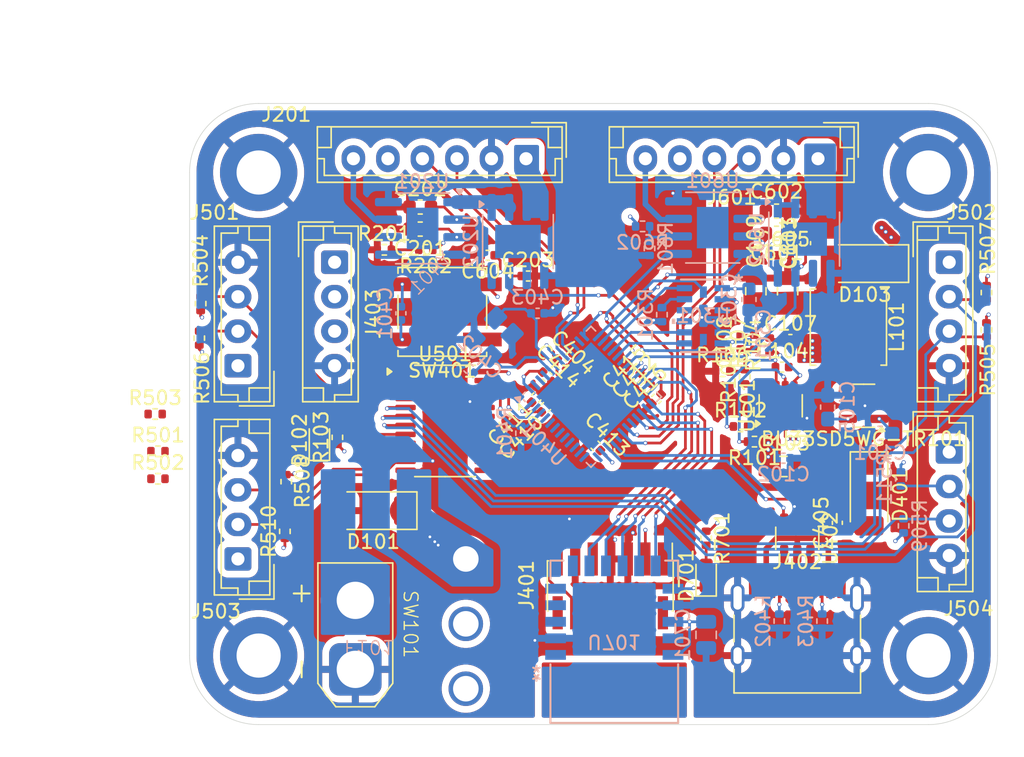
<source format=kicad_pcb>
(kicad_pcb (version 20241229) (generator "pcbnew") (generator_version "9.0")
  (layers (0 "F.Cu" signal) (4 "In1.Cu" signal) (6 "In2.Cu" signal) (2 "B.Cu" signal) (13 "F.Paste" user) (15 "B.Paste" user) (5 "F.SilkS" user "F.Silkscreen") (7 "B.SilkS" user "B.Silkscreen") (1 "F.Mask" user) (3 "B.Mask" user) (25 "Edge.Cuts" user))
  (net 0 "")
  (net 1 "GND")
  (net 2 "Net-(BT101-+)")
  (net 3 "+5V")
  (net 4 "+3.3V")
  (net 6 "Net-(U101-VCC)")
  (net 7 "Net-(C107-Pad1)")
  (net 8 "/MCU/ToF_SCL")
  (net 9 "+BATT")
  (net 10 "Net-(U101-SW)")
  (net 11 "Net-(C108-Pad1)")
  (net 12 "Net-(D103-A)")
  (net 13 "Net-(U401-PF0)")
  (net 14 "Net-(U401-PF1)")
  (net 15 "VBUS")
  (net 16 "/MCU/NRST")
  (net 17 "Net-(D101-K)")
  (net 18 "Net-(D102-A)")
  (net 19 "/MCU/MOT2_B")
  (net 20 "/Motor Sheet1/MOT+_OUT")
  (net 21 "/Motor Sheet1/MOT-")
  (net 22 "/MCU/MOT2_A")
  (net 23 "/MCU/UART1_Tx")
  (net 24 "/MCU/UART1_Rx")
  (net 25 "Net-(D701-K)")
  (net 26 "/MCU/USBC_D+")
  (net 27 "Net-(D701-A)")
  (net 28 "/MCU/USBC_D-")
  (net 29 "/MCU/USB_CC2")
  (net 30 "/MCU/USB_CC1")
  (net 35 "/MCU/SWCLK")
  (net 38 "/MCU/SWDIO")
  (net 39 "/MCU/SWO")
  (net 40 "/MCU/MOT1_B")
  (net 41 "/Motor Sheet/MOT-")
  (net 42 "/MCU/MOT1_A")
  (net 43 "/Motor Sheet/MOT+_OUT")
  (net 46 "Net-(U201-VREF)")
  (net 47 "Net-(U101-EN{slash}SYNC)")
  (net 48 "Net-(U101-BST)")
  (net 49 "Net-(U101-FB)")
  (net 50 "Net-(U301-SDO{slash}ALTADDRESS)")
  (net 51 "Net-(U601-VREF)")
  (net 54 "/BT_Module/BT_UART_RX")
  (net 55 "/BT_Module/BT_UART_CTS")
  (net 59 "/BT_Module/BT_UART_RTS")
  (net 60 "/BT_Module/BT_~{RESET}")
  (net 61 "/BT_Module/BT_UART_TX")
  (net 63 "/MCU/USB_DP")
  (net 64 "/MCU/USB_DN")
  (net 67 "/Accelerometer/ACC_Int1")
  (net 68 "/Accelerometer/ACC_Int2")
  (net 70 "/Accelerometer/ACC_SDIO")
  (net 71 "/Accelerometer/ACC_~{CS}")
  (net 72 "/Accelerometer/ACC_SCLK")
  (net 75 "/ToF/SD2")
  (net 76 "/ToF/SC2")
  (net 77 "/ToF/SC1")
  (net 78 "/ToF/SD0")
  (net 80 "/ToF/SD3")
  (net 83 "/MCU/ToF_SDA")
  (net 84 "/ToF/SC3")
  (net 86 "/MCU/ToF_~{Reset}")
  (net 88 "/ToF/SC0")
  (net 89 "/ToF/SD1")
  (net 91 "/Motor Sheet1/MOT+")
  (net 92 "/MCU/MOT2_REV")
  (net 93 "/MCU/MOT2_FW")
  (net 94 "/Motor Sheet/MOT+")
  (net 96 "/MCU/MOT1_Imes")
  (net 97 "/MCU/MOT2_Imes")
  (net 105 "/MCU/MOT1_REV")
  (net 107 "/MCU/MOT1_FW")
  (net 109 "Net-(U101-PG)")
  (footprint "MountingHole:MountingHole_3.2mm_M3_DIN965_Pad_TopBottom" (layer "F.Cu") (at 198.5 50)
    (property "Reference" "H102" (hide yes))
    (property "Value" "MountingHole_Pad")
  )
  (footprint "Capacitor_SMD:C_0805_2012Metric" (layer "F.Cu") (at 188.3 58.6 90)
    (property "Reference" "C111")
    (property "Value" "22u")
  )
  (footprint "Capacitor_SMD:C_0402_1005Metric" (layer "F.Cu") (at 191.9 75.38 90)
    (property "Reference" "C405")
    (property "Value" "100n")
  )
  (footprint "Capacitor_SMD:C_0402_1005Metric" (layer "F.Cu") (at 166.58 56 180)
    (property "Reference" "C604")
    (property "Value" "47n")
  )
  (footprint "Connector_JST:JST_EH_B4B-EH-A_1x04_P2.50mm_Vertical" (layer "F.Cu") (at 148.5 64 90)
    (property "Reference" "J501")
    (property "Value" "Conn_01x04")
  )
  (footprint "Capacitor_SMD:C_0805_2012Metric" (layer "F.Cu") (at 188 71.3)
    (property "Reference" "C103")
    (property "Value" "22u")
  )
  (footprint "Capacitor_SMD:C_0402_1005Metric" (layer "F.Cu") (at 178.8 66.4 45)
    (property "Reference" "C416")
    (property "Value" "4u7")
  )
  (footprint "Resistor_SMD:R_0402_1005Metric" (layer "F.Cu") (at 152 72.4 -90)
    (property "Reference" "R508")
    (property "Value" "4k7")
  )
  (footprint "Capacitor_SMD:C_0402_1005Metric" (layer "F.Cu") (at 178 65.6 45)
    (property "Reference" "C412")
    (property "Value" "100n")
  )
  (footprint "Connector_JST:JST_EH_B4B-EH-A_1x04_P2.50mm_Vertical" (layer "F.Cu") (at 155.5 56.5 -90)
    (property "Reference" "J403")
    (property "Value" "UART")
  )
  (footprint "" (layer "F.Cu") (at 190 54.3)
    (property "Reference" "")
    (property "Value" "")
  )
  (footprint "Resistor_SMD:R_0402_1005Metric" (layer "F.Cu") (at 185.9 62.3 90)
    (property "Reference" "R107")
    (property "Value" "40.2k")
  )
  (footprint "Capacitor_SMD:C_0402_1005Metric" (layer "F.Cu") (at 174.4 69.8 -45)
    (property "Reference" "C413")
    (property "Value" "100n")
  )
  (footprint "Custom:Interrupteur" (layer "F.Cu") (at 165 82.7 -90)
    (property "Reference" "SW101")
    (property "Value" "SW_SPDT")
  )
  (footprint "Resistor_SMD:R_0402_1005Metric" (layer "F.Cu") (at 182.4 76.5 -90)
    (property "Reference" "R701")
    (property "Value" "330")
  )
  (footprint "Resistor_SMD:R_0402_1005Metric" (layer "F.Cu") (at 151.9 76 90)
    (property "Reference" "R510")
    (property "Value" "4k7")
  )
  (footprint "Capacitor_SMD:C_0603_1608Metric" (layer "F.Cu") (at 187.5 52.8)
    (property "Reference" "C602")
    (property "Value" "1u")
  )
  (footprint "LED_SMD:LED_0603_1608Metric" (layer "F.Cu") (at 182.4 79.2 90)
    (property "Reference" "D701")
    (property "Value" "LED")
  )
  (footprint "Resistor_SMD:R_0402_1005Metric" (layer "F.Cu") (at 145.7 62 90)
    (property "Reference" "R506")
    (property "Value" "4k7")
  )
  (footprint "Capacitor_SMD:C_0402_1005Metric" (layer "F.Cu") (at 184.9 62.3 90)
    (property "Reference" "C108")
    (property "Value" "15p")
  )
  (footprint "Resistor_SMD:R_0402_1005Metric" (layer "F.Cu") (at 185.9 69.5 180)
    (property "Reference" "R101")
    (property "Value" "100k")
  )
  (footprint "Resistor_SMD:R_0402_1005Metric" (layer "F.Cu") (at 184.89 68.4)
    (property "Reference" "R102")
    (property "Value" "100k")
  )
  (footprint "Package_TO_SOT_SMD:SOT-23-5" (layer "F.Cu") (at 193.8 66.9 180)
    (property "Reference" "BU33SD5WG-TR101")
    (property "Value" "LM1117DT-3.3")
  )
  (footprint "Inductor_SMD:L_APV_ANR5020" (layer "F.Cu") (at 192.7 61.2 -90)
    (property "Reference" "L101")
    (property "Value" "4u7")
  )
  (footprint "Resistor_SMD:R_0402_1005Metric" (layer "F.Cu") (at 145.8 59.5 90)
    (property "Reference" "R504")
    (property "Value" "4k7")
  )
  (footprint "MountingHole:MountingHole_3.2mm_M3_DIN965_Pad_TopBottom" (layer "F.Cu") (at 150 50)
    (property "Reference" "H101" (hide yes))
    (property "Value" "MountingHole_Pad")
  )
  (footprint "Capacitor_SMD:C_0402_1005Metric" (layer "F.Cu") (at 171.960589 63.860589 -45)
    (property "Reference" "C404")
    (property "Value" "10n")
  )
  (footprint "Resistor_SMD:R_0402_1005Metric" (layer "F.Cu") (at 187 62.5 90)
    (property "Reference" "R104")
    (property "Value" "20")
  )
  (footprint "Connector_USB:USB_C_Receptacle_XKB_U262-16XN-4BVC11" (layer "F.Cu") (at 189 83.925)
    (property "Reference" "J402")
    (property "Value" "USB_C_Receptacle_USB2.0_16P")
  )
  (footprint "Capacitor_SMD:C_0603_1608Metric" (layer "F.Cu") (at 161.7 54.1)
    (property "Reference" "C201")
    (property "Value" "1u")
  )
  (footprint "Capacitor_SMD:C_0402_1005Metric" (layer "F.Cu") (at 169.5 57.5)
    (property "Reference" "C203")
    (property "Value" "4.7n")
  )
  (footprint "MountingHole:MountingHole_3.2mm_M3_DIN965_Pad_TopBottom" (layer "F.Cu") (at 198.5 85)
    (property "Reference" "H103" (hide yes))
    (property "Value" "MountingHole_Pad")
  )
  (footprint "Connector_JST:JST_EH_B4B-EH-A_1x04_P2.50mm_Vertical" (layer "F.Cu") (at 148.5 78 90)
    (property "Reference" "J503")
    (property "Value" "Conn_01x04")
  )
  (footprint "Capacitor_SMD:C_0402_1005Metric" (layer "F.Cu") (at 188.5 62.1)
    (property "Reference" "C107")
    (property "Value" "100n")
  )
  (footprint "Capacitor_SMD:C_0402_1005Metric" (layer "F.Cu") (at 189.6 55.12 90)
    (property "Reference" "C603")
    (property "Value" "4.7n")
  )
  (footprint "Connector_PinHeader_1.27mm:PinHeader_2x07_P1.27mm_Vertical_SMD" (layer "F.Cu") (at 175.46 79.95 -90)
    (property "Reference" "J401")
    (property "Value" "Conn_ST_STDC14")
  )
  (footprint "Capacitor_SMD:C_0603_1608Metric" (layer "F.Cu") (at 187.5 54.4 180)
    (property "Reference" "C601")
    (property "Value" "1u")
  )
  (footprint "Package_TO_SOT_SMD:TSOT-23-8" (layer "F.Cu") (at 187.8 66.9 90)
    (property "Reference" "U101")
    (property "Value" "MP1475SGJ-P")
  )
  (footprint "Resistor_SMD:R_0402_1005Metric" (layer "F.Cu") (at 142.71 70.2)
    (property "Reference" "R501")
    (property "Value" "4k7")
  )
  (footprint "Diode_SMD:D_SOD-128" (layer "F.Cu") (at 193.9 56.6 180)
    (property "Reference" "D103")
    (property "Value" "RB081LAM-20")
  )
  (footprint "Diode_SMD:D_SOD-128" (layer "F.Cu") (at 194.2 73.4 -90)
    (property "Reference" "D401")
    (property "Value" "RB081LAM-20")
  )
  (footprint "Capacitor_SMD:C_0402_1005Metric" (layer "F.Cu") (at 177.3 64.9 45)
    (property "Reference" "C415")
    (property "Value" "100n")
  )
  (footprint "Connector_JST:JST_EH_B4B-EH-A_1x04_P2.50mm_Vertical" (layer "F.Cu") (at 200 56.5 -90)
    (property "Reference" "J502")
    (property "Value" "Conn_01x04")
  )
  (footprint "Resistor_SMD:R_0402_1005Metric" (layer "F.Cu") (at 162.1 55.6 180)
    (property "Reference" "R202")
    (property "Value" "R_Small")
  )
  (footprint "MountingHole:MountingHole_3.2mm_M3_DIN965_Pad_TopBottom" (layer "F.Cu") (at 150 85)
    (property "Reference" "H104" (hide yes))
    (property "Value" "MountingHole_Pad")
  )
  (footprint "Resistor_SMD:R_0402_1005Metric" (layer "F.Cu") (at 155.7 69.19 90)
    (property "Reference" "R103")
    (property "Value" "1k")
  )
  (footprint "Capacitor_SMD:C_0402_1005Metric" (layer "F.Cu") (at 170.9 64.8 135)
    (property "Reference" "C414")
    (property "Value" "100n")
  )
  (footprint "Resistor_SMD:R_0402_1005Metric" (layer "F.Cu") (at 142.71 72.19)
    (property "Reference" "R502")
    (property "Value" "4k7")
  )
  (footprint "LED_SMD:LED_0603_1608Metric" (layer "F.Cu") (at 154.4 69.3775 90)
    (property "Reference" "D102")
    (property "Value" "GR")
  )
  (footprint "Capacitor_SMD:C_0603_1608Metric" (layer "F.Cu") (at 161.7 52.5 180)
    (property "Reference" "C202")
    (property "Value" "1u")
  )
  (footprint "Package_TO_SOT_SMD:SOT-23-6" (layer "F.Cu") (at 189 76.5 -90)
    (property "Reference" "U402")
    (property "Value" "USBLC6-2SC6")
  )
  (footprint "Resistor_SMD:R_0402_1005Metric" (layer "F.Cu") (at 183.6 64.4)
    (property "Reference" "R106")
    (property "Value" "7.68k")
  )
  (footprint "Capacitor_SMD:C_0805_2012Metric" (layer "F.Cu") (at 186 58.6 90)
    (property "Reference" "C109")
    (property "Value" "22u")
  )
  (footprint "Resistor_SMD:R_0402_1005Metric" (layer "F.Cu") (at 202.7 58.7 -90)
    (property "Reference" "R507")
    (property "Value" "4k7")
  )
  (footprint "Connector_AMASS:AMASS_XT30U-F_1x02_P5.0mm_Vertical" (layer "F.Cu") (at 157 86 90)
    (property "Reference" "BT101" (hide yes))
    (property "Value" "Battery")
  )
  (footprint "Button_Switch_SMD:SW_Push_1P1T_NO_CK_KSC6xxJ" (layer "F.Cu") (at 163.3 60.1)
    (property "Reference" "SW401")
    (property "Value" "SW_SPST")
  )
  (footprint "Resistor_SMD:R_0402_1005Metric" (layer "F.Cu") (at 142.5075 67.5)
    (property "Reference" "R503")
    (property "Value" "4k7")
  )
  (footprint "Connector_JST:JST_EH_B6B-EH-A_1x06_P2.50mm_Vertical" (layer "F.Cu") (at 169.36 49 180)
    (property "Reference" "J201")
    (property "Value" "Conn_01x06_Socket")
  )
  (footprint "Resistor_SMD:R_0402_1005Metric" (layer "F.Cu") (at 202.7 61.4 -90)
    (property "Reference" "R505")
    (property "Value" "4k7")
  )
  (footprint "Resistor_SMD:R_0402_1005Metric" (layer "F.Cu") (at 159.1 55.6)
    (property "Reference" "R201")
    (property "Value" "R_Small")
  )
  (footprint "Resistor_SMD:R_0402_1005Metric" (layer "F.Cu") (at 185.2 64.8 90)
    (property "Reference" "R105")
    (property "Value" "16k")
  )
  (footprint "Diode_SMD:D_SOD-128" (layer "F.Cu") (at 158.3 74.5 180)
    (property "Reference" "D101")
    (property "Value" "RB081LAM-20")
  )
  (footprint "Connector_JST:JST_EH_B6B-EH-A_1x06_P2.50mm_Vertical" (layer "F.Cu") (at 190.5 49 180)
    (property "Reference" "J601")
    (property "Value" "Conn_01x06_Socket")
  )
  (footprint "Capacitor_SMD:C_0402_1005Metric" (layer "F.Cu") (at 170.1 66.3 -135)
    (property "Reference" "C411")
    (property "Value" "100n")
  )
  (footprint "Package_SO:TSSOP-24_4.4x7.8mm_P0.65mm" (layer "F.Cu") (at 163.5 68)
    (property "Reference" "U501")
    (property "Value" "TCA9548APWR")
  )
  (footprint "Capacitor_SMD:C_0402_1005Metric" (layer "F.Cu") (at 188 56)
    (property "Reference" "C605")
    (property "Value" "47n")
  )
  (footprint "Capacitor_SMD:C_0402_1005Metric" (layer "F.Cu") (at 187.9 64.1)
    (property "Reference" "C104")
    (property "Value" "100n")
  )
  (footprint "Capacitor_SMD:C_0402_1005Metric" (layer "F.Cu") (at 170.8 67 -135)
    (property "Reference" "C410")
    (property "Value" "4u7")
  )
  (footprint "Connector_JST:JST_EH_B4B-EH-A_1x04_P2.50mm_Vertical" (layer "F.Cu") (at 200 70.25 -90)
    (property "Reference" "J504")
    (property "Value" "Conn_01x04")
  )
  (footprint "Capacitor_SMD:C_0402_1005Metric" (layer "B.Cu") (at 165.2 64.2 135)
    (property "Reference" "C402")
    (property "Value" "12p")
  )
  (footprint "Resistor_SMD:R_0402_1005Metric" (layer "B.Cu") (at 196.5 72.2 -90)
    (property "Reference" "R511")
    (property "Value" "4k7")
  )
  (footprint "Package_SO:SOIC-8-1EP_3.9x4.9mm_P1.27mm_EP2.29x3mm" (layer "B.Cu") (at 182.875 53.995 180)
    (property "Reference" "U601")
    (property "Value" "ZXBM5210-SP-13")
  )
  (footprint "Capacitor_SMD:C_0603_1608Metric" (layer "B.Cu") (at 185.5 59.2 -90)
    (property "Reference" "C302")
    (property "Value" "1u")
  )
  (footprint "Custom:SMD 3225" (layer "B.Cu") (at 166.976777 61.921142 -135)
    (property "Reference" "Y401")
    (property "Value" "MCSJK-7U-16.00-10-30-80-B-30")
  )
  (footprint "Resistor_SMD:R_0402_1005Metric" (layer "B.Cu") (at 196.7 75.6 90)
    (property "Reference" "R509")
    (property "Value" "4k7")
  )
  (footprint "Package_SO:SOIC-8-1EP_3.9x4.9mm_P1.27mm_EP2.41x3.3mm" (layer "B.Cu") (at 189.5 54.825 -90)
    (property "Reference" "U602")
    (property "Value" "GO 10-SME/SP3")
  )
  (footprint "Capacitor_SMD:C_0603_1608Metric_Pad1.08x0.95mm_HandSolder" (layer "B.Cu") (at 191.2 67 90)
    (property "Reference" "C105")
    (property "Value" "1u")
  )
  (footprint "Resistor_SMD:R_0402_1005Metric" (layer "B.Cu") (at 178.3 55.5 90)
    (property "Reference" "R601")
    (property "Value" "R_Small")
  )
  (footprint "Custom:BM71BLES1FC2_MCH" (layer "B.Cu") (at 175.74931 84)
    (property "Reference" "U701")
    (property "Value" "BM71BLES1FC2-0B04AA")
  )
  (footprint "Resistor_SMD:R_0402_1005Metric" (layer "B.Cu") (at 190.8 82.5 -90)
    (property "Reference" "R403")
    (property "Value" "5k1")
  )
  (footprint "Resistor_SMD:R_0402_1005Metric" (layer "B.Cu") (at 187.7 82.5 -90)
    (property "Reference" "R402")
    (property "Value" "5k1")
  )
  (footprint "Capacitor_SMD:C_0402_1005Metric" (layer "B.Cu") (at 188 70.7)
    (property "Reference" "C102")
    (property "Value" "100n")
  )
  (footprint "Capacitor_SMD:C_0402_1005Metric" (layer "B.Cu") (at 170.2 60.2 180)
    (property "Reference" "C403")
    (property "Value" "10p")
  )
  (footprint "Package_SO:SOIC-8-1EP_3.9x4.9mm_P1.27mm_EP2.29x3mm" (layer "B.Cu") (at 161.87 54.05 180)
    (property "Reference" "U201")
    (property "Value" "ZXBM5210-SP-13")
  )
  (footprint "Capacitor_SMD:C_0402_1005Metric" (layer "B.Cu") (at 185.4 61.8 90)
    (property "Reference" "C301")
    (property "Value" "100n")
  )
  (footprint "Resistor_SMD:R_0402_1005Metric" (layer "B.Cu") (at 169 68.89 -90)
    (property "Reference" "R401")
    (property "Value" "100k")
  )
  (footprint "Custom:LGA_CC-14-1_ADI" (layer "B.Cu") (at 182.2 60.381502 180)
    (property "Reference" "U301")
    (property "Value" "ADXL343BCCZ-RL")
  )
  (footprint "Package_DFN_QFN:QFN-48-1EP_7x7mm_P0.5mm_EP5.6x5.6mm" (layer "B.Cu") (at 174.0625 66.25 -45)
    (property "Reference" "U401")
    (property "Value" "STM32G431CBUx")
  )
  (footprint "Capacitor_SMD:C_0805_2012Metric" (layer "B.Cu") (at 182.4 83.5 -90)
    (property "Reference" "C701")
    (property "Value" "10u")
  )
  (footprint "Package_SO:SOIC-8-1EP_3.9x4.9mm_P1.27mm_EP2.41x3.3mm" (layer "B.Cu") (at 168.775 55 -90)
    (property "Reference" "U202")
    (property "Value" "GO 10-SME/SP3")
  )
  (footprint "Capacitor_SMD:C_0603_1608Metric_Pad1.08x0.95mm_HandSolder" (layer "B.Cu") (at 195 68.9 180)
    (property "Reference" "C101")
    (property "Value" "1u")
  )
  (footprint "Resistor_SMD:R_0402_1005Metric" (layer "B.Cu") (at 177.8 53.9)
    (property "Reference" "R602")
    (property "Value" "R_Small")
  )
  (footprint "Capacitor_SMD:C_0402_1005Metric" (layer "B.Cu") (at 160.3 60.2 -90)
    (property "Reference" "C401")
    (property "Value" "10n")
  )
  (footprint "Resistor_SMD:R_0402_1005Metric" (layer "B.Cu") (at 179.2 60.3 -90)
    (property "Reference" "R301")
    (property "Value" "10k")
  )
  (footprint "Custom:2920L300" (layer "B.Cu") (at 158 74.5)
    (property "Reference" "F101")
    (property "Value" "2920L300")
  )
  (gr_line (start 198.5 90) (end 150 90) (stroke (width 0.05)) (layer "Edge.Cuts"))
  (gr_line (start 145 85) (end 145 50) (stroke (width 0.05)) (layer "Edge.Cuts"))
  (gr_arc (start 150 90) (mid 146.464466 88.535534) (end 145 85) (stroke (width 0.05)) (layer "Edge.Cuts"))
  (gr_arc (start 203.5 85) (mid 202.035534 88.535534) (end 198.5 90) (stroke (width 0.05)) (layer "Edge.Cuts"))
  (gr_arc (start 145 50) (mid 146.464466 46.464466) (end 150 45) (stroke (width 0.05)) (layer "Edge.Cuts"))
  (gr_arc (start 198.5 45) (mid 202.035534 46.464466) (end 203.5 50) (stroke (width 0.05)) (layer "Edge.Cuts"))
  (gr_line (start 150 45) (end 198.5 45) (stroke (width 0.05)) (layer "Edge.Cuts"))
  (gr_line (start 203.5 50) (end 203.5 85) (stroke (width 0.05)) (layer "Edge.Cuts"))
  (segment (start 172.92 75.52) (end 172.5 75.1) (width 0.2) (layer "F.Cu") (net 1))
  (segment (start 189.7 67.8) (end 189.4 68.1) (width 0.2) (layer "F.Cu") (net 1))
  (segment (start 165.525 66.375) (end 165.3 66.6) (width 0.2) (layer "F.Cu") (net 1))
  (segment (start 194.9375 66.9) (end 193.9 66.9) (width 0.2) (layer "F.Cu") (net 1))
  (segment (start 177 76.2) (end 177 76.6) (width 0.2) (layer "F.Cu") (net 1))
  (segment (start 176.73 76.87) (end 176.73 78) (width 0.2) (layer "F.Cu") (net 1))
  (segment (start 166.3625 66.375) (end 165.525 66.375) (width 0.2) (layer "F.Cu") (net 1))
  (segment (start 177.09763 76.1) (end 177.09763 76.10237) (width 0.2) (layer "F.Cu") (net 1))
  (segment (start 189 75.3625) (end 189 74.4) (width 0.2) (layer "F.Cu") (net 1))
  (segment (start 172.92 78) (end 172.92 75.52) (width 0.2) (layer "F.Cu") (net 1))
  (segment (start 161.925 71.575) (end 162.6 70.9) (width 0.2) (layer "F.Cu") (net 1))
  (segment (start 175.46 78) (end 175.46 76.94) (width 0.2) (layer "F.Cu") (net 1))
  (segment (start 160.6375 71.575) (end 161.925 71.575) (width 0.2) (layer "F.Cu") (net 1))
  (segment (start 175.46 76.94) (end 175.8 76.6) (width 0.2) (layer "F.Cu") (net 1))
  (segment (start 177 76.6) (end 176.73 76.87) (width 0.2) (layer "F.Cu") (net 1))
  (segment (start 177.09763 76.10237) (end 177 76.2) (width 0.2) (layer "F.Cu") (net 1))
  (segment (start 189 74.4) (end 188.8 74.2) (width 0.2) (layer "F.Cu") (net 1))
  (segment (start 188.8375 68.1) (end 188.775 68.0375) (width 0.2) (layer "F.Cu") (net 1))
  (segment (start 189.4 68.1) (end 188.8375 68.1) (width 0.2) (layer "F.Cu") (net 1))
  (via (at 175.8 76.6) (size 0.3) (drill 0.2) (layers "F.Cu" "B.Cu") (net 1))
  (via (at 172.5 75.1) (size 0.3) (drill 0.2) (layers "F.Cu" "B.Cu") (net 1))
  (via (at 186.4 60.3) (size 0.3) (drill 0.2) (layers "F.Cu" "B.Cu") (net 1))
  (via (at 171.3 59.8) (size 0.3) (drill 0.2) (layers "F.Cu" "B.Cu") (net 1))
  (via (at 186 61.1) (size 0.3) (drill 0.2) (layers "F.Cu" "B.Cu") (net 1))
  (via (at 189.7 67.8) (size 0.3) (drill 0.2) (layers "F.Cu" "B.Cu") (net 1))
  (via (at 165.3 66.6) (size 0.3) (drill 0.2) (layers "F.Cu" "B.Cu") (net 1))
  (via (at 188.8 74.2) (size 0.3) (drill 0.2) (layers "F.Cu" "B.Cu") (net 1))
  (via (at 182.1 60.5) (size 0.3) (drill 0.2) (layers "F.Cu" "B.Cu") (net 1))
  (via (at 177.09763 76.1) (size 0.3) (drill 0.2) (layers "F.Cu" "B.Cu") (net 1))
  (via (at 162.6 70.9) (size 0.3) (drill 0.2) (layers "F.Cu" "B.Cu") (net 1))
  (via (at 170 83.9) (size 0.3) (drill 0.2) (layers "F.Cu" "B.Cu") (net 1))
  (via (at 180 51.5) (size 0.3) (drill 0.2) (layers "F.Cu" "B.Cu") (net 1))
  (via (at 184.6 59.4) (size 0.3) (drill 0.2) (layers "F.Cu" "B.Cu") (net 1))
  (via (at 178.6 60.7) (size 0.3) (drill 0.2) (layers "F.Cu" "B.Cu") (net 1))
  (via (at 193.9 66.9) (size 0.3) (drill 0.2) (layers "F.Cu" "B.Cu") (net 1))
  (segment (start 182.1 60.5) (end 182.486997 60.5) (width 0.2) (layer "B.Cu") (net 1))
  (segment (start 185.5 59.975) (end 186.075 59.975) (width 0.2) (layer "B.Cu") (net 1))
  (segment (start 170.68 60.2) (end 170.9 60.2) (width 0.2) (layer "B.Cu") (net 1))
  (segment (start 184.381502 59.181502) (end 184.6 59.4) (width 0.2) (layer "B.Cu") (net 1))
  (segment (start 180.095 52.145) (end 180.095 51.595) (width 0.2) (layer "B.Cu") (net 1))
  (segment (start 170.9 60.2) (end 171.3 59.8) (width 0.2) (layer "B.Cu") (net 1))
  (segment (start 182.711 60.507503) (end 183.294501 60.507503) (width 0.2) (layer "B.Cu") (net 1))
  (segment (start 171.49862 83.75108) (end 170.14892 83.75108) (width 0.2) (layer "B.Cu") (net 1))
  (segment (start 182.711 60.5) (end 182.711 60.507503) (width 0.2) (layer "B.Cu") (net 1))
  (segment (start 183.294501 60.507503) (end 183.568499 60.781501) (width 0.2) (layer "B.Cu") (net 1))
  (segment (start 170.14892 83.75108) (end 170 83.9) (width 0.2) (layer "B.Cu") (net 1))
  (segment (start 185.4 61.32) (end 185.78 61.32) (width 0.2) (layer "B.Cu") (net 1))
  (segment (start 180.095 51.595) (end 180 51.5) (width 0.2) (layer "B.Cu") (net 1))
  (segment (start 186.075 59.975) (end 186.4 60.3) (width 0.2) (layer "B.Cu") (net 1))
  (segment (start 182.486997 60.5) (end 183.568499 61.581502) (width 0.2) (layer "B.Cu") (net 1))
  (segment (start 183.568499 59.181502) (end 184.381502 59.181502) (width 0.2) (layer "B.Cu") (net 1))
  (segment (start 182.1 60.5) (end 182.711 60.5) (width 0.2) (layer "B.Cu") (net 1))
  (segment (start 178.71 60.81) (end 178.6 60.7) (width 0.2) (layer "B.Cu") (net 1))
  (segment (start 179.2 60.81) (end 178.71 60.81) (width 0.2) (layer "B.Cu") (net 1))
  (segment (start 185.78 61.32) (end 186 61.1) (width 0.2) (layer "B.Cu") (net 1))
  (segment (start 196.1 66.1) (end 195.95 65.95) (width 0.2) (layer "F.Cu") (net 3))
  (segment (start 196.1 67.349999) (end 196.1 66.1) (width 0.2) (layer "F.Cu") (net 3))
  (segment (start 196.1 56.6) (end 196.1 55) (width 1) (layer "F.Cu") (net 3))
  (segment (start 195.599999 67.85) (end 196.1 67.349999) (width 0.2) (layer "F.Cu") (net 3))
  (segment (start 196.1 65.9) (end 196.1 56.6) (width 1) (layer "F.Cu") (net 3))
  (segment (start 194.2 71.2) (end 196.1 69.3) (width 1) (layer "F.Cu") (net 3))
  (segment (start 167.975 64.425) (end 168.1 64.55) (width 0.2) (layer "F.Cu") (net 3))
  (segment (start 195.95 65.95) (end 194.9375 65.95) (width 0.2) (layer "F.Cu") (net 3))
  (segment (start 194.9375 67.85) (end 195.599999 67.85) (width 0.2) (layer "F.Cu") (net 3))
  (segment (start 196.1 55) (end 195.8 54.7) (width 1) (layer "F.Cu") (net 3))
  (segment (start 166.3625 64.425) (end 167.975 64.425) (width 0.2) (layer "F.Cu") (net 3))
  (segment (start 196.1 69.3) (end 196.1 65.9) (width 1) (layer "F.Cu") (net 3))
  (segment (start 195.4 54.3) (end 195.1 54) (width 1) (layer "F.Cu") (net 3))
  (segment (start 195.8 54.7) (end 195.4 54.3) (width 1) (layer "F.Cu") (net 3))
  (via (at 168.1 64.55) (size 0.3) (drill 0.2) (layers "F.Cu" "B.Cu") (net 3))
  (via (at 194.9375 67.85) (size 0.3) (drill 0.2) (layers "F.Cu" "B.Cu") (net 3))
  (via (at 195.4 54.3) (size 0.3) (drill 0.2) (layers "F.Cu" "B.Cu") (net 3))
  (via (at 195.8 54.7) (size 0.3) (drill 0.2) (layers "F.Cu" "B.Cu") (net 3))
  (via (at 195.1 54) (size 0.3) (drill 0.2) (layers "F.Cu" "B.Cu") (net 3))
  (segment (start 195.8625 68.9) (end 195.8625 68.775) (width 0.2) (layer "B.Cu") (net 3))
  (segment (start 195.8625 68.775) (end 194.9375 67.85) (width 0.2) (layer "B.Cu") (net 3))
  (segment (start 145.7 62.51) (end 145.7 62.8) (width 0.2) (layer "F.Cu") (net 4))
  (segment (start 152 71.89) (end 152.51 71.89) (width 0.2) (layer "F.Cu") (net 4))
  (segment (start 187.1 55.3) (end 187.1 55.8) (width 0.2) (layer "F.Cu") (net 4))
  (segment (start 151.9 77.1) (end 151.8 77.2) (width 0.2) (layer "F.Cu") (net 4))
  (segment (start 202.7 60.45) (end 202.85 60.3) (width 0.2) (layer "F.Cu") (net 4))
  (segment (start 169.760589 66.760589) (end 169.760589 66.639411) (width 0.2) (layer "F.Cu") (net 4))
  (segment (start 169.139411 67.339411) (end 169.1 67.3) (width 0.2) (layer "F.Cu") (net 4))
  (segment (start 166.4 58.1) (end 167.3 59) (width 0.2) (layer "F.Cu") (net 4))
  (segment (start 174.739411 70.139411) (end 175.6 71) (width 0.2) (layer "F.Cu") (net 4))
  (segment (start 151.9 76.51) (end 151.9 77.1) (width 0.2) (layer "F.Cu") (net 4))
  (segment (start 167.49 56.37) (end 167.12 56) (width 0.2) (layer "F.Cu") (net 4))
  (segment (start 178 64.2) (end 177.639411 64.560589) (width 0.2) (layer "F.Cu") (net 4))
  (segment (start 178 64.1) (end 178 64.2) (width 0.2) (layer "F.Cu") (net 4))
  (segment (start 179 64.8) (end 178.8 64.8) (width 0.2) (layer "F.Cu") (net 4))
  (segment (start 169.6 64.4) (end 170.5 64.4) (width 0.2) (layer "F.Cu") (net 4))
  (segment (start 152.51 71.89) (end 152.6 71.8) (width 0.2) (layer "F.Cu") (net 4))
  (segment (start 169.2 64.8) (end 169.6 64.4) (width 0.2) (layer "F.Cu") (net 4))
  (segment (start 170.5 64.4) (end 170.560589 64.460589) (width 0.2) (layer "F.Cu") (net 4))
  (segment (start 187.3 56) (end 187.52 56) (width 0.2) (layer "F.Cu") (net 4))
  (segment (start 182.4 75.99) (end 182.61 75.99) (width 0.2) (layer "F.Cu") (net 4))
  (segment (start 179.139411 66.060589) (end 179.139411 64.939411) (width 0.2) (layer "F.Cu") (net 4))
  (segment (start 182.61 75.99) (end 183.2 75.4) (width 0.2) (layer "F.Cu") (net 4))
  (segment (start 169.1 67.3) (end 169.221178 67.3) (width 0.2) (layer "F.Cu") (net 4))
  (segment (start 170.460589 67.339411) (end 169.139411 67.339411) (width 0.2) (layer "F.Cu") (net 4))
  (segment (start 166.2 58.1) (end 166.4 58.1) (width 0.2) (layer "F.Cu") (net 4))
  (segment (start 178.9 64.7) (end 178.8 64.8) (width 0.2) (layer "F.Cu") (net 4))
  (segment (start 178.8 64.8) (end 178.339411 65.260589) (width 0.2) (layer "F.Cu") (net 4))
  (segment (start 145.8 60.01) (end 145.8 60.4) (width 0.2) (layer "F.Cu") (net 4))
  (segment (start 167.12 56) (end 167.06 56) (width 0.2) (layer "F.Cu") (net 4))
  (segment (start 178 75.9) (end 178 78) (width 0.2) (layer "F.Cu") (net 4))
  (segment (start 169.221178 67.3) (end 169.760589 66.760589) (width 0.2) (layer "F.Cu") (net 4))
  (segment (start 202.7 60.89) (end 202.7 60.45) (width 0.2) (layer "F.Cu") (net 4))
  (segment (start 179.139411 64.939411) (end 179 64.8) (width 0.2) (layer "F.Cu") (net 4))
  (segment (start 202.7 57.6) (end 202.8 57.5) (width 0.2) (layer "F.Cu") (net 4))
  (segment (start 187.2 55.2) (end 187.1 55.3) (width 0.2) (layer "F.Cu") (net 4))
  (segment (start 145.7 62.8) (end 145.9 63) (width 0.2) (layer "F.Cu") (net 4))
  (segment (start 202.7 58.19) (end 202.7 57.6) (width 0.2) (layer "F.Cu") (net 4))
  (segment (start 145.8 60.4) (end 145.9 60.5) (width 0.2) (layer "F.Cu") (net 4))
  (segment (start 155.7 69.7) (end 156.2 70.2) (width 0.2) (layer "F.Cu") (net 4))
  (segment (start 167.49 57.2) (end 167.49 56.37) (width 0.2) (layer "F.Cu") (net 4))
  (segment (start 187.1 55.8) (end 187.3 56) (width 0.2) (layer "F.Cu") (net 4))
  (via (at 167.3 59) (size 0.3) (drill 0.2) (layers "F.Cu" "B.Cu") (net 4))
  (via (at 167.49 57.2) (size 0.3) (drill 0.2) (layers "F.Cu" "B.Cu") (net 4))
  (via (at 187.2 55.2) (size 0.3) (drill 0.2) (layers "F.Cu" "B.Cu") (net 4))
  (via (at 196.1 76.7) (size 0.3) (drill 0.2) (layers "F.Cu" "B.Cu") (net 4))
  (via (at 145.9 60.5) (size 0.3) (drill 0.2) (layers "F.Cu" "B.Cu") (net 4))
  (via (at 178.9 64.7) (size 0.3) (drill 0.2) (layers "F.Cu" "B.Cu") (net 4))
  (via (at 181.2 82.55) (size 0.3) (drill 0.2) (layers "F.Cu" "B.Cu") (net 4))
  (via (at 152.6 71.8) (size 0.3) (drill 0.2) (layers "F.Cu" "B.Cu") (net 4))
  (via (at 156.2 70.2) (size 0.3) (drill 0.2) (layers "F.Cu" "B.Cu") (net 4))
  (via (at 175.6 71) (size 0.3) (drill 0.2) (layers "F.Cu" "B.Cu") (net 4))
  (via (at 151.8 77.2) (size 0.3) (drill 0.2) (layers "F.Cu" "B.Cu") (net 4))
  (via (at 145.9 63) (size 0.3) (drill 0.2) (layers "F.Cu" "B.Cu") (net 4))
  (via (at 202.8 57.5) (size 0.3) (drill 0.2) (layers "F.Cu" "B.Cu") (net 4))
  (via (at 178 64.1) (size 0.3) (drill 0.2) (layers "F.Cu" "B.Cu") (net 4))
  (via (at 192.6625 67.85) (size 0.3) (drill 0.2) (layers "F.Cu" "B.Cu") (net 4))
  (via (at 202.85 60.3) (size 0.3) (drill 0.2) (layers "F.Cu" "B.Cu") (net 4))
  (via (at 183.2 75.4) (size 0.3) (drill 0.2) (layers "F.Cu" "B.Cu") (net 4))
  (via (at 177.7 63.8) (size 0.3) (drill 0.2) (layers "F.Cu" "B.Cu") (net 4))
  (via (at 169.2 64.8) (size 0.3) (drill 0.2) (layers "F.Cu" "B.Cu") (net 4))
  (via (at 178 75.9) (size 0.3) (drill 0.2) (layers "F.Cu" "B.Cu") (net 4))
  (via (at 184.5 58.425) (size 0.3) (drill 0.2) (layers "F.Cu" "B.Cu") (net 4))
  (via (at 196.7 71) (size 0.3) (drill 0.2) (layers "F.Cu" "B.Cu") (net 4))
  (via (at 184.3 62.28) (size 0.3) (drill 0.2) (layers "F.Cu" "B.Cu") (net 4))
  (via (at 160.4 58.1) (size 0.3) (drill 0.2) (layers "F.Cu" "B.Cu") (net 4))
  (via (at 169.1 67.3) (size 0.3) (drill 0.2) (layers "F.Cu" "B.Cu") (net 4))
  (segment (start 191.2 67.8625) (end 192.65 67.8625) (width 0.2) (layer "B.Cu") (net 4))
  (segment (start 174.902189 70.27167) (end 174.902189 70.302189) (width 0.2) (layer "B.Cu") (net 4))
  (segment (start 177.396796 64.703204) (end 178 64.1) (width 0.2) (layer "B.Cu") (net 4))
  (segment (start 181.2 82.55) (end 180.0022 82.55) (width 0.2) (layer "B.Cu") (net 4))
  (segment (start 169.2 65.276587) (end 169.2 64.8) (width 0.2) (layer "B.Cu") (net 4))
  (segment (start 187.1 55.3) (end 187.1 56.805) (width 0.2) (layer "B.Cu") (net 4))
  (segment (start 187.57 57.275) (end 187.57 57.375) (width 0.2) (layer "B.Cu") (net 4))
  (segment (start 196.7 76.11) (end 196.69 76.11) (width 0.2) (layer "B.Cu") (net 4))
  (segment (start 169.663864 66.736136) (end 169.1 67.3) (width 0.2) (layer "B.Cu") (net 4))
  (segment (start 196.5 71.2) (end 196.7 71) (width 0.2) (layer "B.Cu") (net 4))
  (segment (start 187.1 56.805) (end 187.57 57.275) (width 0.2) (layer "B.Cu") (net 4))
  (segment (start 185.5 58.425) (end 184.5 58.425) (width 0.2) (layer "B.Cu") (net 4))
  (segment (start 177.150349 64.349651) (end 177.7 63.8) (width 0.2) (layer "B.Cu") (net 4))
  (segment (start 169.687277 65.763864) (end 169.2 65.276587) (width 0.2) (layer "B.Cu") (net 4))
  (segment (start 167.49 57.2) (end 167.215 57.475) (width 0.2) (layer "B.Cu") (net 4))
  (segment (start 181.2 84.2) (end 181.2 82.55) (width 0.2) (layer "B.Cu") (net 4))
  (segment (start 196.5 71.69) (end 196.5 71.2) (width 0.2) (layer "B.Cu") (net 4))
  (segment (start 160.4 58.1) (end 160.4 59.62) (width 0.2) (layer "B.Cu") (net 4))
  (segment (start 187.2 55.2) (end 187.1 55.3) (width 0.2) (layer "B.Cu") (net 4))
  (segment (start 169.687277 66.736136) (end 169.663864 66.736136) (width 0.2) (layer "B.Cu") (net 4))
  (segment (start 192.65 67.8625) (end 192.6625 67.85) (width 0.2) (layer "B.Cu") (net 4))
  (segment (start 178.189689 65.410311) (end 178.9 64.7) (width 0.2) (layer "B.Cu") (net 4))
  (segment (start 181.2 84.2) (end 180.45004 84.94996) (width 0.2) (layer "B.Cu") (net 4))
  (segment (start 177.02351 64.349651) (end 177.150349 64.349651) (width 0.2) (layer "B.Cu") (net 4))
  (segment (start 174.902189 70.302189) (end 175.6 71) (width 0.2) (layer "B.Cu") (net 4))
  (segment (start 177.377063 64.703204) (end 177.396796 64.703204) (width 0.2) (layer "B.Cu") (net 4))
  (segment (start 196.69 76.11) (end 196.1 76.7) (width 0.2) (layer "B.Cu") (net 4))
  (segment (start 167.215 57.475) (end 166.87 57.475) (width 0.2) (layer "B.Cu") (net 4))
  (segment (start 180.0022 82.55) (end 180 82.5522) (width 0.2) (layer "B.Cu") (net 4))
  (segment (start 180.45004 84.94996) (end 180 84.94996) (width 0.2) (layer "B.Cu") (net 4))
  (segment (start 183.67 62.28) (end 183.568499 62.381501) (width 0.2) (layer "B.Cu") (net 4))
  (segment (start 178.08417 65.410311) (end 178.189689 65.410311) (width 0.2) (layer "B.Cu") (net 4))
  (segment (start 182.4 82.55) (end 181.2 82.55) (width 0.2) (layer "B.Cu") (net 4))
  (segment (start 185.4 62.28) (end 184.3 62.28) (width 0.2) (layer "B.Cu") (net 4))
  (segment (start 160.4 59.62) (end 160.3 59.72) (width 0.2) (layer "B.Cu") (net 4))
  (segment (start 184.5 58.425) (end 183.611998 58.425) (width 0.2) (layer "B.Cu") (net 4))
  (segment (start 183.611998 58.425) (end 183.568499 58.381501) (width 0.2) (layer "B.Cu") (net 4))
  (segment (start 184.3 62.28) (end 183.67 62.28) (width 0.2) (layer "B.Cu") (net 4))
  (segment (start 184.38 68.4) (end 183.9 68.4) (width 0.2) (layer "F.Cu") (net 6))
  (segment (start 187.4 63.6) (end 187.42 63.62) (width 0.2) (layer "F.Cu") (net 6))
  (segment (start 187.475 64.155) (end 187.42 64.1) (width 0.2) (layer "F.Cu") (net 6))
  (segment (start 187.42 63.62) (end 187.42 64.1) (width 0.2) (layer "F.Cu") (net 6))
  (segment (start 187.475 65.7625) (end 187.475 64.155) (width 0.2) (layer "F.Cu") (net 6))
  (via (at 183.9 68.4) (size 0.3) (drill 0.2) (layers "F.Cu" "B.Cu") (net 6))
  (via (at 187.4 63.6) (size 0.3) (drill 0.2) (layers "F.Cu" "B.Cu") (net 6))
  (segment (start 183.9 65.3) (end 185.2 64) (width 0.2) (layer "B.Cu") (net 6))
  (segment (start 183.9 68.4) (end 183.9 65.3) (width 0.2) (layer "B.Cu") (net 6))
  (segment (start 185.6 63.6) (end 187.4 63.6) (width 0.2) (layer "B.Cu") (net 6))
  (segment (start 185.2 64) (end 185.6 63.6) (width 0.2) (layer "B.Cu") (net 6))
  (segment (start 186.81 62.1) (end 188.02 62.1) (width 0.2) (layer "F.Cu") (net 7))
  (segment (start 167.099999 65.725) (end 167.5 66.125001) (width 0.2) (layer "F.Cu") (net 8))
  (segment (start 166.3625 65.725) (end 167.099999 65.725) (width 0.2) (layer "F.Cu") (net 8))
  (segment (start 167.5 66.125001) (end 167.5 67.1) (width 0.2) (layer "F.Cu") (net 8))
  (via (at 167.5 67.1) (size 0.3) (drill 0.2) (layers "F.Cu" "B.Cu") (net 8))
  (via (at 160.4 62.1) (size 0.3) (drill 0.2) (layers "F.Cu" "B.Cu") (net 8))
  (segment (start 168.38 68.38) (end 169.42 68.38) (width 0.2) (layer "B.Cu") (net 8))
  (segment (start 167.5 67.1) (end 167.5 67.5) (width 0.2) (layer "B.Cu") (net 8))
  (segment (start 167.5 67.5) (end 168.38 68.38) (width 0.2) (layer "B.Cu") (net 8))
  (segment (start 169.42 68.38) (end 170.356757 67.443243) (width 0.2) (layer "B.Cu") (net 8))
  (segment (start 160.3 62) (end 160.4 62.1) (width 0.2) (layer "B.Cu") (net 8))
  (segment (start 170.356757 67.443243) (end 170.394384 67.443243) (width 0.2) (layer "B.Cu") (net 8))
  (segment (start 160.3 60.68) (end 160.3 62) (width 0.2) (layer "B.Cu") (net 8))
  (segment (start 162.61 55.6) (end 162.81 55.4) (width 0.2) (layer "F.Cu") (net 9))
  (segment (start 163.76 54.1) (end 164.345 54.685) (width 0.2) (layer "F.Cu") (net 9))
  (segment (start 163.065002 55.4) (end 163.365002 55.1) (width 0.2) (layer "F.Cu") (net 9))
  (segment (start 186.725 53.175) (end 186.725 52.8) (width 0.2) (layer "F.Cu") (net 9))
  (segment (start 162.81 55.4) (end 163.065002 55.4) (width 0.2) (layer "F.Cu") (net 9))
  (segment (start 186.725 54.4) (end 186.725 54.875) (width 0.2) (layer "F.Cu") (net 9))
  (segment (start 186.725 54.875) (end 186.5 55.1) (width 0.2) (layer "F.Cu") (net 9))
  (segment (start 162.475 54.1) (end 163.76 54.1) (width 0.2) (layer "F.Cu") (net 9))
  (segment (start 187.475 68.0375) (end 187.475 69.025) (width 0.2) (layer "F.Cu") (net 9))
  (segment (start 187.475 69.025) (end 186.9 69.6) (width 0.2) (layer "F.Cu") (net 9))
  (segment (start 186.5 53.4) (end 186.725 53.175) (width 0.2) (layer "F.Cu") (net 9))
  (segment (start 163.43 52.5) (end 162.475 52.5) (width 0.2) (layer "F.Cu") (net 9))
  (segment (start 164.345 53.415) (end 163.43 52.5) (width 0.2) (layer "F.Cu") (net 9))
  (via (at 164.345 54.685) (size 0.3) (drill 0.2) (layers "F.Cu" "B.Cu") (net 9))
  (via (at 186.5 53.4) (size 0.3) (drill 0.2) (layers "F.Cu" "B.Cu") (net 9))
  (via (at 186.5 55.1) (size 0.3) (drill 0.2) (layers "F.Cu" "B.Cu") (net 9))
  (via (at 176.9 53.2) (size 0.3) (drill 0.2) (layers "F.Cu" "B.Cu") (net 9))
  (via (at 164.345 53.415) (size 0.3) (drill 0.2) (layers "F.Cu" "B.Cu") (net 9))
  (via (at 186.9 69.6) (size 0.3) (drill 0.2) (layers "F.Cu" "B.Cu") (net 9))
  (via (at 163.365002 55.1) (size 0.3) (drill 0.2) (layers "F.Cu" "B.Cu") (net 9))
  (via (at 186.9 70.1) (size 0.3) (drill 0.2) (layers "F.Cu" "B.Cu") (net 9))
  (via (at 186.9 70.6) (size 0.3) (drill 0.2) (layers "F.Cu" "B.Cu") (net 9))
  (segment (start 177.29 53.59) (end 176.9 53.2) (width 0.2) (layer "B.Cu") (net 9))
  (segment (start 185.35 53.36) (end 186.46 53.36) (width 0.2) (layer "B.Cu") (net 9))
  (segment (start 187.52 70.22) (end 186.9 69.6) (width 0.2) (layer "B.Cu") (net 9))
  (segment (start 177.29 53.9) (end 177.29 53.59) (width 0.2) (layer "B.Cu") (net 9))
  (segment (start 187.52 70.7) (end 187.52 70.22) (width 0.2) (layer "B.Cu") (net 9))
  (segment (start 186.46 53.36) (end 186.5 53.4) (width 0.2) (layer "B.Cu") (net 9))
  (segment (start 186.03 54.63) (end 185.35 54.63) (width 0.2) (layer "B.Cu") (net 9))
  (segment (start 186.5 55.1) (end 186.03 54.63) (width 0.2) (layer "B.Cu") (net 9))
  (segment (start 188.125 68.0375) (end 188.125 69.125) (width 0.2) (layer "F.Cu") (net 10))
  (segment (start 188.125 69.125) (end 188.3 69.3) (width 0.2) (layer "F.Cu") (net 10))
  (segment (start 188.7 69.3) (end 189.1 69.3) (width 0.2) (layer "F.Cu") (net 10))
  (segment (start 188.3 69.3) (end 188.7 69.3) (width 0.2) (layer "F.Cu") (net 10))
  (via (at 190.1 62.7) (size 0.3) (drill 0.2) (layers "F.Cu" "B.Cu") (net 10))
  (via (at 190.1 62.2) (size 0.3) (drill 0.2) (layers "F.Cu" "B.Cu") (net 10))
  (via (at 189.5 63.6) (size 0.3) (drill 0.2) (layers "F.Cu" "B.Cu") (net 10))
  (via (at 190.1 63.6) (size 0.3) (drill 0.2) (layers "F.Cu" "B.Cu") (net 10))
  (via (at 188.3 69.3) (size 0.3) (drill 0.2) (layers "F.Cu" "B.Cu") (net 10))
  (via (at 188.7 69.3) (size 0.3) (drill 0.2) (layers "F.Cu" "B.Cu") (net 10))
  (via (at 190.1 63.1) (size 0.3) (drill 0.2) (layers "F.Cu" "B.Cu") (net 10))
  (via (at 189.5 63.1) (size 0.3) (drill 0.2) (layers "F.Cu" "B.Cu") (net 10))
  (via (at 189.1 69.3) (size 0.3) (drill 0.2) (layers "F.Cu" "B.Cu") (net 10))
  (segment (start 185.2 62.88) (end 185.1 62.78) (width 0.2) (layer "F.Cu") (net 11))
  (segment (start 185.9 62.81) (end 184.93 62.81) (width 0.2) (layer "F.Cu") (net 11))
  (segment (start 184.11 64.4) (end 185.09 64.4) (width 0.2) (layer "F.Cu") (net 11))
  (segment (start 185.09 64.4) (end 185.2 64.29) (width 0.2) (layer "F.Cu") (net 11))
  (segment (start 184.93 62.81) (end 184.9 62.78) (width 0.2) (layer "F.Cu") (net 11))
  (segment (start 185.2 64.29) (end 185.2 62.88) (width 0.2) (layer "F.Cu") (net 11))
  (segment (start 185.500062 60.049938) (end 186 59.55) (width 0.2) (layer "F.Cu") (net 12))
  (segment (start 184.9 61.82) (end 184.93 61.79) (width 0.2) (layer "F.Cu") (net 12))
  (segment (start 184.93 61.79) (end 185.9 61.79) (width 0.2) (layer "F.Cu") (net 12))
  (segment (start 185.500062 61.390062) (end 185.500062 60.049938) (width 0.2) (layer "F.Cu") (net 12))
  (segment (start 185.9 61.79) (end 185.500062 61.390062) (width 0.2) (layer "F.Cu") (net 12))
  (segment (start 165.560589 64.539411) (end 166.8 63.3) (width 0.2) (layer "B.Cu") (net 13))
  (segment (start 167.6 64.1) (end 168.6 64.1) (width 0.2) (layer "B.Cu") (net 13))
  (segment (start 166.8 63.3) (end 167.6 64.1) (width 0.2) (layer "B.Cu") (net 13))
  (segment (start 170.151839 63.4) (end 171.10149 64.349651) (width 0.2) (layer "B.Cu") (net 13))
  (segment (start 165.539411 64.539411) (end 165.560589 64.539411) (width 0.2) (layer "B.Cu") (net 13))
  (segment (start 168.6 64.1) (end 169.3 63.4) (width 0.2) (layer "B.Cu") (net 13))
  (segment (start 169.3 63.4) (end 170.151839 63.4) (width 0.2) (layer "B.Cu") (net 13))
  (segment (start 167.157716 60.542284) (end 167.153554 60.542284) (width 0.2) (layer "B.Cu") (net 14))
  (segment (start 170.1 62.641053) (end 170.1 60.7) (width 0.2) (layer "B.Cu") (net 14))
  (segment (start 170.1 60.7) (end 169.3 59.9) (width 0.2) (layer "B.Cu") (net 14))
  (segment (start 171.455044 63.996097) (end 170.1 62.641053) (width 0.2) (layer "B.Cu") (net 14))
  (segment (start 169.3 59.9) (end 167.8 59.9) (width 0.2) (layer "B.Cu") (net 14))
  (segment (start 167.8 59.9) (end 167.157716 60.542284) (width 0.2) (layer "B.Cu") (net 14))
  (segment (start 190.3 76.5) (end 190.5 76.5) (width 0.4) (layer "F.Cu") (net 15))
  (segment (start 193.9 75.9) (end 194.2 75.6) (width 0.4) (layer "F.Cu") (net 15))
  (segment (start 190.5 76.5) (end 191.25 77.25) (width 0.4) (layer "F.Cu") (net 15))
  (segment (start 191.1 76.5) (end 191.7 75.9) (width 0.4) (layer "F.Cu") (net 15))
  (segment (start 190.3 76.5) (end 191.1 76.5) (width 0.4) (layer "F.Cu") (net 15))
  (segment (start 186.75 80.255) (end 186.75 77.25) (width 0.4) (layer "F.Cu") (net 15))
  (segment (start 191.25 77.25) (end 191.25 80.255) (width 0.4) (layer "F.Cu") (net 15))
  (segment (start 189 77.6375) (end 189 76.6) (width 0.4) (layer "F.Cu") (net 15))
  (segment (start 191.7 75.9) (end 193.9 75.9) (width 0.4) (layer "F.Cu") (net 15))
  (segment (start 186.75 77.25) (end 187.5 76.5) (width 0.4) (layer "F.Cu") (net 15))
  (segment (start 187.5 76.5) (end 188.9 76.5) (width 0.4) (layer "F.Cu") (net 15))
  (segment (start 189 76.6) (end 188.9 76.5) (width 0.4) (layer "F.Cu") (net 15))
  (segment (start 188.9 76.5) (end 190.3 76.5) (width 0.4) (layer "F.Cu") (net 15))
  (segment (start 172.05 80.2) (end 172.92 81.07) (width 0.2) (layer "F.Cu") (net 16))
  (segment (start 171.902358 65.298122) (end 171.9 65.30048) (width 0.2) (layer "F.Cu") (net 16))
  (segment (start 171.35 63.25) (end 171.6 63.5) (width 0.2) (layer "F.Cu") (net 16))
  (segment (start 171.678 80.2) (end 172.05 80.2) (width 0.2) (layer "F.Cu") (net 16))
  (segment (start 170.979 76.499) (end 170.979 79.501) (width 0.2) (layer "F.Cu") (net 16))
  (segment (start 171.6 63.5) (end 171.6 64.635914) (width 0.2) (layer "F.Cu") (net 16))
  (segment (start 171.902358 64.938272) (end 171.902358 65.298122) (width 0.2) (layer "F.Cu") (net 16))
  (segment (start 170.85 62.523608) (end 171.35 63.023608) (width 0.2) (layer "F.Cu") (net 16))
  (segment (start 171.9 75.578) (end 170.979 76.499) (width 0.2) (layer "F.Cu") (net 16))
  (segment (start 171.35 63.023608) (end 171.35 63.25) (width 0.2) (layer "F.Cu") (net 16))
  (segment (start 172.92 81.07) (end 172.92 81.9) (width 0.2) (layer "F.Cu") (net 16))
  (segment (start 170.979 79.501) (end 171.678 80.2) (width 0.2) (layer "F.Cu") (net 16))
  (segment (start 171.6 64.635914) (end 171.902358 64.938272) (width 0.2) (layer "F.Cu") (net 16))
  (via (at 170.85 62.523608) (size 0.3) (drill 0.2) (layers "F.Cu" "B.Cu") (net 16))
  (segment (start 171 62.673608) (end 171 62.8) (width 0.2) (layer "B.Cu") (net 16))
  (segment (start 170.85 62.523608) (end 171 62.673608) (width 0.2) (layer "B.Cu") (net 16))
  (segment (start 171.4 63.233947) (end 171.808597 63.642544) (width 0.2) (layer "B.Cu") (net 16))
  (segment (start 171.4 63.2) (end 171.4 63.233947) (width 0.2) (layer "B.Cu") (net 16))
  (segment (start 171 62.8) (end 171.4 63.2) (width 0.2) (layer "B.Cu") (net 16))
  (segment (start 160.5 74.5) (end 162.4 76.4) (width 2) (layer "F.Cu") (net 17))
  (segment (start 164 78) (end 165 78) (width 2) (layer "F.Cu") (net 17))
  (segment (start 163 77) (end 164 78) (width 2) (layer "F.Cu") (net 17))
  (segment (start 162.75 76.75) (end 163 77) (width 2) (layer "F.Cu") (net 17))
  (segment (start 162.4 76.4) (end 162.75 76.75) (width 2) (layer "F.Cu") (net 17))
  (via (at 163 77) (size 0.3) (drill 0.2) (layers "F.Cu" "B.Cu") (net 17))
  (via (at 162.4 76.4) (size 0.3) (drill 0.2) (layers "F.Cu" "B.Cu") (net 17))
  (via (at 162.75 76.75) (size 0.3) (drill 0.2) (layers "F.Cu" "B.Cu") (net 17))
  (segment (start 155.7 68.68) (end 154.49 68.68) (width 0.2) (layer "F.Cu") (net 18))
  (segment (start 154.49 68.68) (end 154.4 68.59) (width 0.2) (layer "F.Cu") (net 18))
  (segment (start 182.999 58.201) (end 182.999 50.5339) (width 0.2) (layer "F.Cu") (net 19))
  (segment (start 180.6 60.6) (end 182.999 58.201) (width 0.2) (layer "F.Cu") (net 19))
  (segment (start 180.329801 60.904099) (end 180.6 60.6339) (width 0.2) (layer "F.Cu") (net 19))
  (segment (start 177.4 69) (end 177.5 69.1) (width 0.2) (layer "F.Cu") (net 19))
  (segment (start 177.5 69.1) (end 179 69.1) (width 0.2) (layer "F.Cu") (net 19))
  (segment (start 180.329801 66.403099) (end 180.329801 60.904099) (width 0.2) (layer "F.Cu") (net 19))
  (segment (start 180 68.1) (end 180 66.7329) (width 0.2) (layer "F.Cu") (net 19))
  (segment (start 179 69.1) (end 180 68.1) (width 0.2) (layer "F.Cu") (net 19))
  (segment (start 180.6 60.6339) (end 180.6 60.6) (width 0.2) (layer "F.Cu") (net 19))
  (segment (start 182.999 50.5339) (end 183 50.5329) (width 0.2) (layer "F.Cu") (net 19))
  (segment (start 180 66.7329) (end 180.329801 66.403099) (width 0.2) (layer "F.Cu") (net 19))
  (segment (start 183 50.5329) (end 183 49) (width 0.2) (layer "F.Cu") (net 19))
  (via (at 177.4 69) (size 0.3) (drill 0.2) (layers "F.Cu" "B.Cu") (net 19))
  (segment (start 177.4 69) (end 177.166053 69) (width 0.2) (layer "B.Cu") (net 19))
  (segment (start 177.166053 69) (end 176.669956 68.503903) (width 0.2) (layer "B.Cu") (net 19))
  (segment (start 179.120001 53.415) (end 180.095 53.415) (width 0.4) (layer "B.Cu") (net 21))
  (segment (start 178 52.294999) (end 179.120001 53.415) (width 0.4) (layer "B.Cu") (net 21))
  (segment (start 178 49) (end 178 52.294999) (width 0.4) (layer "B.Cu") (net 21))
  (segment (start 180.730801 66.569199) (end 180.730801 66.236999) (width 0.2) (layer "F.Cu") (net 22))
  (segment (start 180.495901 66.804099) (end 180.730801 66.569199) (width 0.2) (layer "F.Cu") (net 22))
  (segment (start 180.401 67.9339) (end 180.401 66.899) (width 0.2) (layer "F.Cu") (net 22))
  (segment (start 183.4 58.0349) (end 183.4 50.7) (width 0.2) (layer "F.Cu") (net 22))
  (segment (start 180.401 68.2661) (end 180.401 67.9339) (width 0.2) (layer "F.Cu") (net 22))
  (segment (start 178 69.6) (end 179.1 69.6) (width 0.2) (layer "F.Cu") (net 22))
  (segment (start 181.001 60.8) (end 183.4 58.401) (width 0.2) (layer "F.Cu") (net 22))
  (segment (start 180.730801 61.070199) (end 180.7661 61.0349) (width 0.2) (layer "F.Cu") (net 22))
  (segment (start 185.1 49) (end 185.5 49) (width 0.2) (layer "F.Cu") (net 22))
  (segment (start 180.4 68.3) (end 180.4 68.2671) (width 0.2) (layer "F.Cu") (net 22))
  (segment (start 183.4 50.7) (end 183.401 50.699) (width 0.2) (layer "F.Cu") (net 22))
  (segment (start 180.401 66.899) (end 180.495901 66.804099) (width 0.2) (layer "F.Cu") (net 22))
  (segment (start 180.730801 65.731388) (end 180.730801 61.070199) (width 0.2) (layer "F.Cu") (net 22))
  (segment (start 179.1 69.6) (end 180.4 68.3) (width 0.2) (layer "F.Cu") (net 22))
  (segment (start 183.4 58.3671) (end 183.4 58.0349) (width 0.2) (layer "F.Cu") (net 22))
  (segment (start 180.730801 66.236999) (end 180.730801 65.731388) (width 0.2) (layer "F.Cu") (net 22))
  (segment (start 180.7661 61.0349) (end 181.001 60.8) (width 0.2) (layer "F.Cu") (net 22))
  (segment (start 183.401 50.699) (end 185.1 49) (width 0.2) (layer "F.Cu") (net 22))
  (segment (start 180.4 68.2671) (end 180.401 68.2661) (width 0.2) (layer "F.Cu") (net 22))
  (segment (start 183.4 58.401) (end 183.4 58.3671) (width 0.2) (layer "F.Cu") (net 22))
  (via (at 178 69.6) (size 0.3) (drill 0.2) (layers "F.Cu" "B.Cu") (net 22))
  (segment (start 177.058947 69.6) (end 176.316403 68.857456) (width 0.2) (layer "B.Cu") (net 22))
  (segment (start 178 69.6) (end 177.058947 69.6) (width 0.2) (layer "B.Cu") (net 22))
  (segment (start 182.2875 80.1) (end 182.4 79.9875) (width 0.2) (layer "F.Cu") (net 25))
  (segment (start 181.5 80.1) (end 182.2875 80.1) (width 0.2) (layer "F.Cu") (net 25))
  (via (at 181.5 80.1) (size 0.3) (drill 0.2) (layers "F.Cu" "B.Cu") (net 25))
  (segment (start 181.44556 80.15444) (end 181.5 80.1) (width 0.2) (layer "B.Cu") (net 25))
  (segment (start 180 80.15444) (end 181.44556 80.15444) (width 0.2) (layer "B.Cu") (net 25))
  (segment (start 189.75 79.428) (end 189.75 80.255) (width 0.2) (layer "F.Cu") (net 26))
  (segment (start 189.5 79.379) (end 189.701 79.379) (width 0.2) (layer "F.Cu") (net 26))
  (segment (start 188.75 80.255) (end 188.75 79.428) (width 0.2) (layer "F.Cu") (net 26))
  (segment (start 189.5 79.379) (end 189.95 78.929) (width 0.2) (layer "F.Cu") (net 26))
  (segment (start 188.799 79.379) (end 189.5 79.379) (width 0.2) (layer "F.Cu") (net 26))
  (segment (start 189.95 78.929) (end 189.95 77.6375) (width 0.2) (layer "F.Cu") (net 26))
  (segment (start 189.701 79.379) (end 189.75 79.428) (width 0.2) (layer "F.Cu") (net 26))
  (segment (start 188.75 79.428) (end 188.799 79.379) (width 0.2) (layer "F.Cu") (net 26))
  (segment (start 182.4 78.4125) (end 182.4 77.01) (width 0.2) (layer "F.Cu") (net 27))
  (segment (start 189.25 80.255) (end 189.25 80.95) (width 0.2) (layer "F.Cu") (net 28))
  (segment (start 188.381 81.131) (end 188.25 81) (width 0.2) (layer "F.Cu") (net 28))
  (segment (start 189.25 80.95) (end 189.069 81.131) (width 0.2) (layer "F.Cu") (net 28))
  (segment (start 188.25 80.255) (end 188.25 79.25) (width 0.2) (layer "F.Cu") (net 28))
  (segment (start 188.25 79.25) (end 188.05 79.05) (width 0.2) (layer "F.Cu") (net 28))
  (segment (start 188.25 81) (end 188.25 80.255) (width 0.2) (layer "F.Cu") (net 28))
  (segment (start 188.05 79.05) (end 188.05 77.6375) (width 0.2) (layer "F.Cu") (net 28))
  (segment (start 189.069 81.131) (end 188.381 81.131) (width 0.2) (layer "F.Cu") (net 28))
  (segment (start 190.8 80.305) (end 190.75 80.255) (width 0.2) (layer "F.Cu") (net 29))
  (segment (start 190.8 81.3) (end 190.8 80.305) (width 0.2) (layer "F.Cu") (net 29))
  (via (at 190.8 81.3) (size 0.3) (drill 0.2) (layers "F.Cu" "B.Cu") (net 29))
  (segment (start 190.8 81.99) (end 190.8 81.3) (width 0.2) (layer "B.Cu") (net 29))
  (segment (start 187.7 81.3) (end 187.7 80.305) (width 0.2) (layer "F.Cu") (net 30))
  (segment (start 187.7 80.305) (end 187.75 80.255) (width 0.2) (layer "F.Cu") (net 30))
  (via (at 187.7 81.3) (size 0.3) (drill 0.2) (layers "F.Cu" "B.Cu") (net 30))
  (segment (start 187.7 81.99) (end 187.7 81.3) (width 0.2) (layer "B.Cu") (net 30))
  (segment (start 168.5 55.5) (end 170.4 55.5) (width 0.2) (layer "F.Cu") (net 40))
  (segment (start 161.86 49) (end 162 49) (width 0.2) (layer "F.Cu") (net 40))
  (segment (start 162 49) (end 168.5 55.5) (width 0.2) (layer "F.Cu") (net 40))
  (segment (start 173.1 58.2) (end 173.1 59.6) (width 0.2) (layer "F.Cu") (net 40))
  (segment (start 170.4 55.5) (end 173.1 58.2) (width 0.2) (layer "F.Cu") (net 40))
  (via (at 173.1 59.6) (size 0.3) (drill 0.2) (layers "F.Cu" "B.Cu") (net 40))
  (segment (start 172 61.4) (end 172 62.419733) (width 0.2) (layer "B.Cu") (net 40))
  (segment (start 173.1 60.3) (end 172 61.4) (width 0.2) (layer "B.Cu") (net 40))
  (segment (start 172 62.419733) (end 172.515704 62.935437) (width 0.2) (layer "B.Cu") (net 40))
  (segment (start 173.1 59.6) (end 173.1 60.3) (width 0.2) (layer "B.Cu") (net 40))
  (segment (start 159.395 53.415) (end 158.420001 53.415) (width 0.4) (layer "B.Cu") (net 41))
  (segment (start 156.86 51.854999) (end 156.86 49) (width 0.4) (layer "B.Cu") (net 41))
  (segment (start 158.420001 53.415) (end 156.86 51.854999) (width 0.4) (layer "B.Cu") (net 41))
  (segment (start 173.15601 60.181801) (end 173.551 59.786811) (width 0.2) (layer "F.Cu") (net 42))
  (segment (start 168.6987 55.0013) (end 164.36 50.6626) (width 0.2) (layer "F.Cu") (net 42))
  (segment (start 164.36 50.6626) (end 164.36 49) (width 0.2) (layer "F.Cu") (net 42))
  (segment (start 173.551 59.786811) (end 173.551 58.0839) (width 0.2) (layer "F.Cu") (net 42))
  (segment (start 170.4684 55.0013) (end 168.6987 55.0013) (width 0.2) (layer "F.Cu") (net 42))
  (segment (start 172.581801 60.181801) (end 173.15601 60.181801) (width 0.2) (layer "F.Cu") (net 42))
  (segment (start 173.551 58.0839) (end 170.4684 55.0013) (width 0.2) (layer "F.Cu") (net 42))
  (via (at 172.581801 60.181801) (size 0.3) (drill 0.2) (layers "F.Cu" "B.Cu") (net 42))
  (segment (start 171.599 61.2339) (end 171.599 62.725839) (width 0.2) (layer "B.Cu") (net 42))
  (segment (start 172.581801 60.181801) (end 172.581801 60.251099) (width 0.2) (layer "B.Cu") (net 42))
  (segment (start 172.581801 60.251099) (end 171.599 61.2339) (width 0.2) (layer "B.Cu") (net 42))
  (segment (start 171.599 62.725839) (end 172.162151 63.28899) (width 0.2) (layer "B.Cu") (net 42))
  (segment (start 159.6 55.4) (end 159.6 54.89) (width 0.2) (layer "F.Cu") (net 46))
  (segment (start 161.59 55.6) (end 159.61 55.6) (width 0.2) (layer "F.Cu") (net 46))
  (segment (start 159.6 54.89) (end 159.395 54.685) (width 0.2) (layer "F.Cu") (net 46))
  (segment (start 159.589 55.579) (end 159.589 55.279) (width 0.2) (layer "F.Cu") (net 46))
  (segment (start 159.61 55.6) (end 159.589 55.579) (width 0.2) (layer "F.Cu") (net 46))
  (via (at 159.395 54.685) (size 0.3) (drill 0.2) (layers "F.Cu" "B.Cu") (net 46))
  (segment (start 188.125 65.7625) (end 188.125 64.925) (width 0.2) (layer "F.Cu") (net 47))
  (segment (start 188.125 64.925) (end 188 64.8) (width 0.2) (layer "F.Cu") (net 47))
  (segment (start 184.8 69.5) (end 185.39 69.5) (width 0.2) (layer "F.Cu") (net 47))
  (via (at 184.8 69.5) (size 0.3) (drill 0.2) (layers "F.Cu" "B.Cu") (net 47))
  (via (at 188 64.8) (size 0.3) (drill 0.2) (layers "F.Cu" "B.Cu") (net 47))
  (segment (start 184.8 65.2) (end 184.8 69.5) (width 0.2) (layer "B.Cu") (net 47))
  (segment (start 187.5 64.3) (end 185.7 64.3) (width 0.2) (layer "B.Cu") (net 47))
  (segment (start 185.7 64.3) (end 184.8 65.2) (width 0.2) (layer "B.Cu") (net 47))
  (segment (start 188 64.8) (end 187.5 64.3) (width 0.2) (layer "B.Cu") (net 47))
  (segment (start 188.775 65.7625) (end 188.775 65.125) (width 0.2) (layer "F.Cu") (net 48))
  (segment (start 187.51711 63.01) (end 187 63.01) (width 0.2) (layer "F.Cu") (net 48))
  (segment (start 188.775 65.125) (end 189.2 64.7) (width 0.2) (layer "F.Cu") (net 48))
  (segment (start 187.753555 63.246445) (end 187.51711 63.01) (width 0.2) (layer "F.Cu") (net 48))
  (via (at 187.753555 63.246445) (size 0.3) (drill 0.2) (layers "F.Cu" "B.Cu") (net 48))
  (via (at 189.2 64.7) (size 0.3) (drill 0.2) (layers "F.Cu" "B.Cu") (net 48))
  (segment (start 187.753555 63.246445) (end 187.753555 63.253555) (width 0.2) (layer "B.Cu") (net 48))
  (segment (start 187.753555 63.253555) (end 189.2 64.7) (width 0.2) (layer "B.Cu") (net 48))
  (segment (start 186.3725 65.31) (end 186.825 65.7625) (width 0.2) (layer "F.Cu") (net 49))
  (segment (start 185.2 65.31) (end 186.3725 65.31) (width 0.2) (layer "F.Cu") (net 49))
  (segment (start 180.831501 59.181502) (end 179.818498 59.181502) (width 0.2) (layer "B.Cu") (net 50))
  (segment (start 179.21 59.79) (end 179.2 59.79) (width 0.2) (layer "B.Cu") (net 50))
  (segment (start 179.818498 59.181502) (end 179.21 59.79) (width 0.2) (layer "B.Cu") (net 50))
  (segment (start 180.095 54.685) (end 178.485 54.685) (width 0.2) (layer "B.Cu") (net 51))
  (segment (start 178.3 54.99) (end 178.3 54.5) (width 0.2) (layer "B.Cu") (net 51))
  (segment (start 178.3 53.91) (end 178.31 53.9) (width 0.2) (layer "B.Cu") (net 51))
  (segment (start 178.485 54.685) (end 178.3 54.5) (width 0.2) (layer "B.Cu") (net 51))
  (segment (start 178.3 54.5) (end 178.3 53.91) (width 0.2) (layer "B.Cu") (net 51))
  (segment (start 178.001041 72.90052) (end 176.051041 74.85052) (width 0.2) (layer "F.Cu") (net 54))
  (segment (start 180.9 70) (end 178.001041 72.898959) (width 0.2) (layer "F.Cu") (net 54))
  (segment (start 178.001041 72.898959) (end 178.001041 72.90052) (width 0.2) (layer "F.Cu") (net 54))
  (segment (start 180.9 67.05) (end 180.9 70) (width 0.2) (layer "F.Cu") (net 54))
  (segment (start 176.051041 74.85052) (end 176.051041 74.951041) (width 0.2) (layer "F.Cu") (net 54))
  (via (at 180.9 67.05) (size 0.3) (drill 0.2) (layers "F.Cu" "B.Cu") (net 54))
  (via (at 176.051041 74.951041) (size 0.3) (drill 0.2) (layers "F.Cu" "B.Cu") (net 54))
  (segment (start 181.05 66.9) (end 181.3 66.9) (width 0.2) (layer "B.Cu") (net 54))
  (segment (start 181.7 65.8) (end 180.149 64.249) (width 0.2) (layer "B.Cu") (net 54))
  (segment (start 176.051041 75.144048) (end 174.74887 76.446219) (width 0.2) (layer "B.Cu") (net 54))
  (segment (start 174.74887 76.446219) (end 174.74887 76.45113) (width 0.2) (layer "B.Cu") (net 54))
  (segment (start 178.538373 64.249) (end 177.730616 65.056757) (width 0.2) (layer "B.Cu") (net 54))
  (segment (start 181.3 66.9) (end 181.7 66.5) (width 0.2) (layer "B.Cu") (net 54))
  (segment (start 180.149 64.249) (end 178.538373 64.249) (width 0.2) (layer "B.Cu") (net 54))
  (segment (start 180.9 67.05) (end 181.05 66.9) (width 0.2) (layer "B.Cu") (net 54))
  (segment (start 174.74887 76.45113) (end 173.95099 77.24901) (width 0.2) (layer "B.Cu") (net 54))
  (segment (start 176.051041 74.951041) (end 176.051041 75.144048) (width 0.2) (layer "B.Cu") (net 54))
  (segment (start 173.95099 77.24901) (end 173.95099 78.49963) (width 0.2) (layer "B.Cu") (net 54))
  (segment (start 181.7 66.5) (end 181.7 65.8) (width 0.2) (layer "B.Cu") (net 54))
  (segment (start 178.768199 74.668199) (end 182.8 70.636398) (width 0.2) (layer "F.Cu") (net 55))
  (segment (start 178.768199 74.9) (end 178.768199 74.668199) (width 0.2) (layer "F.Cu") (net 55))
  (segment (start 182.8 70.636398) (end 182.8 68.65) (width 0.2) (layer "F.Cu") (net 55))
  (segment (start 182.8 68.65) (end 182.75 68.6) (width 0.2) (layer "F.Cu") (net 55))
  (via (at 178.768199 74.9) (size 0.3) (drill 0.2) (layers "F.Cu" "B.Cu") (net 55))
  (via (at 182.75 68.6) (size 0.3) (drill 0.2) (layers "F.Cu" "B.Cu") (net 55))
  (segment (start 177.730616 67.443243) (end 178.887373 68.6) (width 0.2) (layer "B.Cu") (net 55))
  (segment (start 178.768199 74.9) (end 178.768199 75.068199) (width 0.2) (layer "B.Cu") (net 55))
  (segment (start 178.768199 75.068199) (end 178.74651 75.089888) (width 0.2) (layer "B.Cu") (net 55))
  (segment (start 178.887373 68.6) (end 182.75 68.6) (width 0.2) (layer "B.Cu") (net 55))
  (segment (start 178.74651 75.089888) (end 178.74651 78.49963) (width 0.2) (layer "B.Cu") (net 55))
  (segment (start 177.282627 74.890169) (end 177.309831 74.890169) (width 0.2) (layer "F.Cu") (net 59))
  (segment (start 177.309831 74.890169) (end 181.801 70.399) (width 0.2) (layer "F.Cu") (net 59))
  (segment (start 181.801 70.399) (end 181.801 68.136395) (width 0.2) (layer "F.Cu") (net 59))
  (via (at 177.282627 74.890169) (size 0.3) (drill 0.2) (layers "F.Cu" "B.Cu") (net 59))
  (via (at 181.801 68.136395) (size 0.3) (drill 0.2) (layers "F.Cu" "B.Cu") (net 59))
  (segment (start 177.282627 74.890169) (end 177.282627 75.277192) (width 0.2) (layer "B.Cu") (net 59))
  (segment (start 179.130876 68.136395) (end 181.801 68.136395) (width 0.2) (layer "B.Cu") (net 59))
  (segment (start 176.34875 76.211069) (end 176.34875 78.49963) (width 0.2) (layer "B.Cu") (net 59))
  (segment (start 178.08417 67.089689) (end 179.130876 68.136395) (width 0.2) (layer "B.Cu") (net 59))
  (segment (start 177.282627 75.277192) (end 176.34875 76.211069) (width 0.2) (layer "B.Cu") (net 59))
  (segment (start 182.3 70.536398) (end 182.3 67.999) (width 0.2) (layer "F.Cu") (net 60))
  (segment (start 182.3 67.999) (end 181.801 67.5) (width 0.2) (layer "F.Cu") (net 60))
  (segment (start 177.858473 74.977925) (end 182.3 70.536398) (width 0.2) (layer "F.Cu") (net 60))
  (via (at 177.858473 74.977925) (size 0.3) (drill 0.2) (layers "F.Cu" "B.Cu") (net 60))
  (via (at 181.801 67.5) (size 0.3) (drill 0.2) (layers "F.Cu" "B.Cu") (net 60))
  (segment (start 177.858473 75.268446) (end 177.54763 75.579289) (width 0.2) (layer "B.Cu") (net 60))
  (segment (start 179.201587 67.5) (end 181.801 67.5) (width 0.2) (layer "B.Cu") (net 60))
  (segment (start 177.54763 75.579289) (end 177.54763 78.49963) (width 0.2) (layer "B.Cu") (net 60))
  (segment (start 177.858473 74.977925) (end 177.858473 75.268446) (width 0.2) (layer "B.Cu") (net 60))
  (segment (start 178.437723 66.736136) (end 179.201587 67.5) (width 0.2) (layer "B.Cu") (net 60))
  (segment (start 181.351 70.185398) (end 176.618979 74.917419) (width 0.2) (layer "F.Cu") (net 61))
  (segment (start 181.351 66.449) (end 181.351 70.185398) (width 0.2) (layer "F.Cu") (net 61))
  (segment (start 181.3 66.036398) (end 181.3 66.398) (width 0.2) (layer "F.Cu") (net 61))
  (segment (start 176.618979 74.917419) (end 176.618979 74.918979) (width 0.2) (layer "F.Cu") (net 61))
  (segment (start 181.3 66.398) (end 181.351 66.449) (width 0.2) (layer "F.Cu") (net 61))
  (segment (start 181.181801 65.918199) (end 181.3 66.036398) (width 0.2) (layer "F.Cu") (net 61))
  (via (at 181.181801 65.918199) (size 0.3) (drill 0.2) (layers "F.Cu" "B.Cu") (net 61))
  (via (at 176.618979 74.918979) (size 0.3) (drill 0.2) (layers "F.Cu" "B.Cu") (net 61))
  (segment (start 180.529655 65.2) (end 179.001587 65.2) (width 0.2) (layer "B.Cu") (net 61))
  (segment (start 181.181801 65.918199) (end 181.181801 65.852146) (width 0.2) (layer "B.Cu") (net 61))
  (segment (start 176.618979 74.918979) (end 176.618979 75.14321) (width 0.2) (layer "B.Cu") (net 61))
  (segment (start 175.14987 76.612319) (end 175.14987 78.49963) (width 0.2) (layer "B.Cu") (net 61))
  (segment (start 179.001587 65.2) (end 178.437723 65.763864) (width 0.2) (layer "B.Cu") (net 61))
  (segment (start 181.181801 65.852146) (end 180.529655 65.2) (width 0.2) (layer "B.Cu") (net 61))
  (segment (start 176.618979 75.14321) (end 175.14987 76.612319) (width 0.2) (layer "B.Cu") (net 61))
  (segment (start 189.95 74.15) (end 189.95 75.3625) (width 0.2) (layer "F.Cu") (net 63))
  (segment (start 189.468199 73.668199) (end 189.95 74.15) (width 0.2) (layer "F.Cu") (net 63))
  (segment (start 186.731801 73.668199) (end 189.468199 73.668199) (width 0.2) (layer "F.Cu") (net 63))
  (via (at 186.731801 73.668199) (size 0.3) (drill 0.2) (layers "F.Cu" "B.Cu") (net 63))
  (segment (start 176.238627 70.901) (end 175.255743 69.918116) (width 0.2) (layer "B.Cu") (net 63))
  (segment (start 186.731801 73.668199) (end 186.668199 73.668199) (width 0.2) (layer "B.Cu") (net 63))
  (segment (start 186.668199 73.668199) (end 183.901 70.901) (width 0.2) (layer "B.Cu") (net 63))
  (segment (start 183.901 70.901) (end 176.238627 70.901) (width 0.2) (layer "B.Cu") (net 63))
  (segment (start 188 75.3) (end 188.05 75.35) (width 0.2) (layer "F.Cu") (net 64))
  (segment (start 188 74.3) (end 188 75.3) (width 0.2) (layer "F.Cu") (net 64))
  (segment (start 188.05 75.35) (end 188.05 75.3625) (width 0.2) (layer "F.Cu") (net 64))
  (via (at 188 74.3) (size 0.3) (drill 0.2) (layers "F.Cu" "B.Cu") (net 64))
  (segment (start 176.544733 70.5) (end 175.609296 69.564563) (width 0.2) (layer "B.Cu") (net 64))
  (segment (start 188 74.3) (end 184.2 70.5) (width 0.2) (layer "B.Cu") (net 64))
  (segment (start 184.2 70.5) (end 176.544733 70.5) (width 0.2) (layer "B.Cu") (net 64))
  (segment (start 180.831501 61.581502) (end 176.963231 61.581502) (width 0.2) (layer "B.Cu") (net 67))
  (segment (start 176.963231 61.581502) (end 175.609296 62.935437) (width 0.2) (layer "B.Cu") (net 67))
  (segment (start 176.870336 62.381503) (end 175.962849 63.28899) (width 0.2) (layer "B.Cu") (net 68))
  (segment (start 180.831501 62.381503) (end 176.870336 62.381503) (width 0.2) (layer "B.Cu") (net 68))
  (segment (start 180.831501 58.381503) (end 179.456124 58.381503) (width 0.2) (layer "B.Cu") (net 70))
  (segment (start 179.456124 58.381503) (end 175.255743 62.581884) (width 0.2) (layer "B.Cu") (net 70))
  (segment (start 175.380319 60.142508) (end 174.787251 60.142508) (width 0.2) (layer "F.Cu") (net 71))
  (segment (start 177.75 62.65) (end 175.644508 60.544508) (width 0.2) (layer "F.Cu") (net 71))
  (segment (start 177.75 62.831503) (end 177.75 62.65) (width 0.2) (layer "F.Cu") (net 71))
  (segment (start 174.787251 60.142508) (end 174.743985 60.185774) (width 0.2) (layer "F.Cu") (net 71))
  (segment (start 175.644508 60.406697) (end 175.380319 60.142508) (width 0.2) (layer "F.Cu") (net 71))
  (segment (start 175.644508 60.544508) (end 175.644508 60.406697) (width 0.2) (layer "F.Cu") (net 71))
  (via (at 177.75 62.831503) (size 0.3) (drill 0.2) (layers "F.Cu" "B.Cu") (net 71))
  (via (at 174.743985 60.185774) (size 0.3) (drill 0.2) (layers "F.Cu" "B.Cu") (net 71))
  (segment (start 178.2 62.9) (end 178.207503 62.907503) (width 0.2) (layer "B.Cu") (net 71))
  (segment (start 177.9 62.9) (end 178.2 62.9) (width 0.2) (layer "B.Cu") (net 71))
  (segment (start 182.2 62.396503) (end 182.2 62.1) (width 0.2) (layer "B.Cu") (net 71))
  (segment (start 173.576364 61.373636) (end 173.576364 61.874777) (width 0.2) (layer "B.Cu") (net 71))
  (segment (start 181.689 62.907503) (end 182.2 62.396503) (width 0.2) (layer "B.Cu") (net 71))
  (segment (start 177.831503 62.831503) (end 177.9 62.9) (width 0.2) (layer "B.Cu") (net 71))
  (segment (start 174.743985 60.206015) (end 173.576364 61.373636) (width 0.2) (layer "B.Cu") (net 71))
  (segment (start 178.207503 62.907503) (end 181.689 62.907503) (width 0.2) (layer "B.Cu") (net 71))
  (segment (start 174.743985 60.185774) (end 174.743985 60.206015) (width 0.2) (layer "B.Cu") (net 71))
  (segment (start 177.75 62.831503) (end 177.831503 62.831503) (width 0.2) (layer "B.Cu") (net 71))
  (segment (start 178.56791 57.855503) (end 181.548999 57.855503) (width 0.2) (layer "B.Cu") (net 72))
  (segment (start 181.548999 57.855503) (end 182.2 58.506504) (width 0.2) (layer "B.Cu") (net 72))
  (segment (start 174.548636 61.874777) (end 178.56791 57.855503) (width 0.2) (layer "B.Cu") (net 72))
  (segment (start 182.2 58.506504) (end 182.2 58.663004) (width 0.2) (layer "B.Cu") (net 72))
  (segment (start 158.475 68.975) (end 148.5 59) (width 0.2) (layer "F.Cu") (net 75))
  (segment (start 145.8 58.99) (end 148.49 58.99) (width 0.2) (layer "F.Cu") (net 75))
  (segment (start 148.49 58.99) (end 148.5 59) (width 0.2) (layer "F.Cu") (net 75))
  (segment (start 160.6375 68.975) (end 158.475 68.975) (width 0.2) (layer "F.Cu") (net 75))
  (segment (start 149.46034 61.5) (end 148.5 61.5) (width 0.2) (layer "F.Cu") (net 76))
  (segment (start 160.6375 69.625) (end 157.58534 69.625) (width 0.2) (layer "F.Cu") (net 76))
  (segment (start 157.58534 69.625) (end 149.46034 61.5) (width 0.2) (layer "F.Cu") (net 76))
  (segment (start 145.7 61.49) (end 148.49 61.49) (width 0.2) (layer "F.Cu") (net 76))
  (segment (start 148.49 61.49) (end 148.5 61.5) (width 0.2) (layer "F.Cu") (net 76))
  (segment (start 160.6375 68.325) (end 159.125 68.325) (width 0.2) (layer "F.Cu") (net 77))
  (segment (start 159.125 68.325) (end 159.1 68.3) (width 0.2) (layer "F.Cu") (net 77))
  (via (at 159.1 68.3) (size 0.3) (drill 0.2) (layers "F.Cu" "B.Cu") (net 77))
  (segment (start 200.60176 76.401) (end 197.34934 76.401) (width 0.2) (layer "B.Cu") (net 77))
  (segment (start 200 72.75) (end 201.276 74.026) (width 0.2) (layer "B.Cu") (net 77))
  (segment (start 201.276 75.72676) (end 200.60176 76.401) (width 0.2) (layer "B.Cu") (net 77))
  (segment (start 182.4339 77.701) (end 182.4329 77.7) (width 0.2) (layer "B.Cu") (net 77))
  (segment (start 159.3 68.5) (end 159.1 68.3) (width 0.2) (layer "B.Cu") (net 77))
  (segment (start 178.901 74.201) (end 166.8339 74.201) (width 0.2) (layer "B.Cu") (net 77))
  (segment (start 194.0671 77.7) (end 194.0661 77.701) (width 0.2) (layer "B.Cu") (net 77))
  (segment (start 196.5 72.71) (end 199.96 72.71) (width 0.2) (layer "B.Cu") (net 77))
  (segment (start 197.34934 76.401) (end 196.05034 77.7) (width 0.2) (layer "B.Cu") (net 77))
  (segment (start 194.0661 77.701) (end 182.4339 77.701) (width 0.2) (layer "B.Cu") (net 77))
  (segment (start 182.4329 77.7) (end 182.4 77.7) (width 0.2) (layer "B.Cu") (net 77))
  (segment (start 196.05034 77.7) (end 194.0671 77.7) (width 0.2) (layer "B.Cu") (net 77))
  (segment (start 161.1329 68.5) (end 159.3 68.5) (width 0.2) (layer "B.Cu") (net 77))
  (segment (start 166.8339 74.201) (end 161.1329 68.5) (width 0.2) (layer "B.Cu") (net 77))
  (segment (start 201.276 74.026) (end 201.276 75.72676) (width 0.2) (layer "B.Cu") (net 77))
  (segment (start 199.96 72.71) (end 200 72.75) (width 0.2) (layer "B.Cu") (net 77))
  (segment (start 182.4 77.7) (end 178.901 74.201) (width 0.2) (layer "B.Cu") (net 77))
  (segment (start 202.7 61.91) (end 200.41 61.91) (width 0.2) (layer "F.Cu") (net 78))
  (segment (start 200.41 61.91) (end 200 61.5) (width 0.2) (layer "F.Cu") (net 78))
  (segment (start 194.599 70.9339) (end 194.599 75.4668) (width 0.2) (layer "B.Cu") (net 78))
  (segment (start 198.3 67.768134) (end 196.169134 69.899) (width 0.2) (layer "B.Cu") (net 78))
  (segment (start 196.169134 69.899) (end 195.6339 69.899) (width 0.2) (layer "B.Cu") (net 78))
  (segment (start 194.599 75.4668) (end 193.6668 76.399) (width 0.2) (layer "B.Cu") (net 78))
  (segment (start 193.6668 76.399) (end 193.6 76.399) (width 0.2) (layer "B.Cu") (net 78))
  (segment (start 200 61.5) (end 198.3 63.2) (width 0.2) (layer "B.Cu") (net 78))
  (segment (start 198.3 63.2) (end 198.3 67.768134) (width 0.2) (layer "B.Cu") (net 78))
  (segment (start 195.6339 69.899) (end 194.599 70.9339) (width 0.2) (layer "B.Cu") (net 78))
  (segment (start 153.9 73) (end 148.5 73) (width 0.2) (layer "F.Cu") (net 80))
  (segment (start 160.6375 70.275) (end 159.900001 70.275) (width 0.2) (layer "F.Cu") (net 80))
  (segment (start 155.401 71.499) (end 153.9 73) (width 0.2) (layer "F.Cu") (net 80))
  (segment (start 159.900001 70.275) (end 158.676001 71.499) (width 0.2) (layer "F.Cu") (net 80))
  (segment (start 158.676001 71.499) (end 155.401 71.499) (width 0.2) (layer "F.Cu") (net 80))
  (segment (start 168.1 67) (end 168.1 66.075001) (width 0.2) (layer "F.Cu") (net 83))
  (segment (start 168.1 66.075001) (end 167.099999 65.075) (width 0.2) (layer "F.Cu") (net 83))
  (segment (start 167.099999 65.075) (end 166.3625 65.075) (width 0.2) (layer "F.Cu") (net 83))
  (via (at 168.1 67) (size 0.3) (drill 0.2) (layers "F.Cu" "B.Cu") (net 83))
  (segment (start 170.04083 67.089689) (end 169.379519 67.751) (width 0.2) (layer "B.Cu") (net 83))
  (segment (start 169.379519 67.751) (end 168.851 67.751) (width 0.2) (layer "B.Cu") (net 83))
  (segment (start 168.851 67.751) (end 168.1 67) (width 0.2) (layer "B.Cu") (net 83))
  (segment (start 159.98013 70.925) (end 159.00513 71.9) (width 0.2) (layer "F.Cu") (net 84))
  (segment (start 152.1 75.5) (end 148.5 75.5) (width 0.2) (layer "F.Cu") (net 84))
  (segment (start 155.7 71.9) (end 152.1 75.5) (width 0.2) (layer "F.Cu") (net 84))
  (segment (start 159.00513 71.9) (end 155.7 71.9) (width 0.2) (layer "F.Cu") (net 84))
  (segment (start 160.6375 70.925) (end 159.98013 70.925) (width 0.2) (layer "F.Cu") (net 84))
  (segment (start 200.21 59.21) (end 200 59) (width 0.2) (layer "F.Cu") (net 88))
  (segment (start 160.6375 67.025) (end 159.375 67.025) (width 0.2) (layer "F.Cu") (net 88))
  (segment (start 202.7 59.21) (end 200.21 59.21) (width 0.2) (layer "F.Cu") (net 88))
  (segment (start 159.375 67.025) (end 159.3 67.1) (width 0.2) (layer "F.Cu") (net 88))
  (via (at 159.3 67.1) (size 0.3) (drill 0.2) (layers "F.Cu" "B.Cu") (net 88))
  (segment (start 161.1661 67.399) (end 161.401 67.6339) (width 0.2) (layer "B.Cu") (net 88))
  (segment (start 160.8671 67.1) (end 161.1661 67.399) (width 0.2) (layer "B.Cu") (net 88))
  (segment (start 201.9 65.8) (end 201.9 60.9) (width 0.2) (layer "B.Cu") (net 88))
  (segment (start 195 71.1) (end 195.8 70.3) (width 0.2) (layer "B.Cu") (net 88))
  (segment (start 195 75.6329) (end 195 71.1) (width 0.2) (layer "B.Cu") (net 88))
  (segment (start 179.4 73.399) (end 182.9 76.899) (width 0.2) (layer "B.Cu") (net 88))
  (segment (start 201.9 60.9) (end 200 59) (width 0.2) (layer "B.Cu") (net 88))
  (segment (start 182.9 76.899) (end 193.7339 76.899) (width 0.2) (layer "B.Cu") (net 88))
  (segment (start 178.9339 73.399) (end 179.2661 73.399) (width 0.2) (layer "B.Cu") (net 88))
  (segment (start 161.401 67.6339) (end 167.1661 73.399) (width 0.2) (layer "B.Cu") (net 88))
  (segment (start 179.2661 73.399) (end 179.4 73.399) (width 0.2) (layer "B.Cu") (net 88))
  (segment (start 197.4 70.3) (end 201.9 65.8) (width 0.2) (layer "B.Cu") (net 88))
  (segment (start 195.8 70.3) (end 197.4 70.3) (width 0.2) (layer "B.Cu") (net 88))
  (segment (start 159.3 67.1) (end 160.8671 67.1) (width 0.2) (layer "B.Cu") (net 88))
  (segment (start 167.1661 73.399) (end 178.9339 73.399) (width 0.2) (layer "B.Cu") (net 88))
  (segment (start 193.7339 76.899) (end 195 75.6329) (width 0.2) (layer "B.Cu") (net 88))
  (segment (start 159.125 67.675) (end 159 67.8) (width 0.2) (layer "F.Cu") (net 89))
  (segment (start 160.6375 67.675) (end 159.125 67.675) (width 0.2) (layer "F.Cu") (net 89))
  (via (at 159 67.8) (size 0.3) (drill 0.2) (layers "F.Cu" "B.Cu") (net 89))
  (segment (start 161 67.8) (end 159 67.8) (width 0.2) (layer "B.Cu") (net 89))
  (segment (start 196.7 75.09) (end 196.11 75.09) (width 0.2) (layer "B.Cu") (net 89))
  (segment (start 193.9 77.3) (end 182.6 77.3) (width 0.2) (layer "B.Cu") (net 89))
  (segment (start 196.11 75.09) (end 193.9 77.3) (width 0.2) (layer "B.Cu") (net 89))
  (segment (start 182.6 77.3) (end 179.1 73.8) (width 0.2) (layer "B.Cu") (net 89))
  (segment (start 199.86 75.11) (end 200 75.25) (width 0.2) (layer "B.Cu") (net 89))
  (segment (start 179.1 73.8) (end 167 73.8) (width 0.2) (layer "B.Cu") (net 89))
  (segment (start 196.5 75.11) (end 199.86 75.11) (width 0.2) (layer "B.Cu") (net 89))
  (segment (start 167 73.8) (end 161 67.8) (width 0.2) (layer "B.Cu") (net 89))
  (segment (start 187.595 52.35) (end 188.865 52.35) (width 0.4) (layer "B.Cu") (net 91))
  (segment (start 185.045 52.145) (end 187.39 52.145) (width 0.4) (layer "B.Cu") (net 91))
  (segment (start 188.865 52.4) (end 188.84 52.425) (width 0.4) (layer "B.Cu") (net 91))
  (segment (start 188.865 52.35) (end 188.865 52.4) (width 0.4) (layer "B.Cu") (net 91))
  (segment (start 187.39 52.145) (end 187.595 52.35) (width 0.4) (layer "B.Cu") (net 91))
  (segment (start 177.058947 62.658947) (end 175.193508 60.793508) (width 0.2) (layer "F.Cu") (net 92))
  (segment (start 175.193508 60.793508) (end 175.193508 60.593508) (width 0.2) (layer "F.Cu") (net 92))
  (segment (start 177.058947 62.9) (end 177.058947 62.658947) (width 0.2) (layer "F.Cu") (net 92))
  (via (at 175.193508 60.593508) (size 0.3) (drill 0.2) (layers "F.Cu" "B.Cu") (net 92))
  (via (at 177.058947 62.9) (size 0.3) (drill 0.2) (layers "F.Cu" "B.Cu") (net 92))
  (segment (start 177.058947 62.9) (end 176.316403 63.642544) (width 0.2) (layer "B.Cu") (net 92))
  (segment (start 179.445 55.955) (end 180.095 55.955) (width 0.2) (layer "B.Cu") (net 92))
  (segment (start 175.193508 60.206492) (end 179.445 55.955) (width 0.2) (layer "B.Cu") (net 92))
  (segment (start 175.193508 60.593508) (end 175.193508 60.206492) (width 0.2) (layer "B.Cu") (net 92))
  (segment (start 179.6 57.5) (end 179.6 57.405503) (width 0.2) (layer "F.Cu") (net 93))
  (segment (start 178.895729 58.204271) (end 179.6 57.5) (width 0.2) (layer "F.Cu") (net 93))
  (segment (start 178.895729 58.305503) (end 178.895729 58.204271) (width 0.2) (layer "F.Cu") (net 93))
  (via (at 179.6 57.405503) (size 0.3) (drill 0.2) (layers "F.Cu" "B.Cu") (net 93))
  (via (at 178.895729 58.305503) (size 0.3) (drill 0.2) (layers "F.Cu" "B.Cu") (net 93))
  (segment (start 179.6 57.405503) (end 183.694497 57.405503) (width 0.2) (layer "B.Cu") (net 93))
  (segment (start 178.895729 58.305503) (end 178.794497 58.305503) (width 0.2) (layer "B.Cu") (net 93))
  (segment (start 178.794497 58.305503) (end 174.902189 62.197811) (width 0.2) (layer "B.Cu") (net 93))
  (segment (start 185.045 56.055) (end 185.045 55.955) (width 0.2) (layer "B.Cu") (net 93))
  (segment (start 183.694497 57.405503) (end 185.045 56.055) (width 0.2) (layer "B.Cu") (net 93))
  (segment (start 174.902189 62.197811) (end 174.902189 62.22833) (width 0.2) (layer "B.Cu") (net 93))
  (segment (start 164.345 52.145) (end 167.76 52.145) (width 1) (layer "B.Cu") (net 94))
  (segment (start 167.76 52.145) (end 168.14 52.525) (width 1) (layer "B.Cu") (net 94))
  (segment (start 179.928801 63.128801) (end 179.928801 66.236999) (width 0.2) (layer "F.Cu") (net 96))
  (segment (start 168.165 57.5) (end 168.14 57.475) (width 0.2) (layer "F.Cu") (net 96))
  (segment (start 179.928801 66.236999) (end 179.599 66.5668) (width 0.2) (layer "F.Cu") (net 96))
  (segment (start 169.02 57.5) (end 168.165 57.5) (width 0.2) (layer "F.Cu") (net 96))
  (segment (start 179.0329 68.5) (end 178.1 68.5) (width 0.2) (layer "F.Cu") (net 96))
  (segment (start 179.599 66.5668) (end 179.599 67.9339) (width 0.2) (layer "F.Cu") (net 96))
  (segment (start 174.6 58.9) (end 175.7 58.9) (width 0.2) (layer "F.Cu") (net 96))
  (segment (start 179.599 67.9339) (end 179.0329 68.5) (width 0.2) (layer "F.Cu") (net 96))
  (segment (start 175.7 58.9) (end 179.928801 63.128801) (width 0.2) (layer "F.Cu") (net 96))
  (via (at 168.14 57.475) (size 0.3) (drill 0.2) (layers "F.Cu" "B.Cu") (net 96))
  (via (at 178.1 68.5) (size 0.3) (drill 0.2) (layers "F.Cu" "B.Cu") (net 96))
  (via (at 174.6 58.9) (size 0.3) (drill 0.2) (layers "F.Cu" "B.Cu") (net 96))
  (segment (start 177.396796 67.796796) (end 178.1 68.5) (width 0.2) (layer "B.Cu") (net 96))
  (segment (start 168.14 58.449999) (end 168.14 57.475) (width 0.2) (layer "B.Cu") (net 96))
  (segment (start 174.6 58.9) (end 168.590001 58.9) (width 0.2) (layer "B.Cu") (net 96))
  (segment (start 168.590001 58.9) (end 168.14 58.449999) (width 0.2) (layer "B.Cu") (net 96))
  (segment (start 177.377063 67.796796) (end 177.396796 67.796796) (width 0.2) (layer "B.Cu") (net 96))
  (segment (start 189.3 56.8) (end 189.6 56.5) (width 0.2) (layer "F.Cu") (net 97))
  (segment (start 189.6 56.5) (end 189.6 55.6) (width 0.2) (layer "F.Cu") (net 97))
  (via (at 189.3 56.8) (size 0.3) (drill 0.2) (layers "F.Cu" "B.Cu") (net 97))
  (segment (start 177.317053 63.349) (end 176.669956 63.996097) (width 0.2) (layer "B.Cu") (net 97))
  (segment (start 185.26855 63.349) (end 177.317053 63.349) (width 0.2) (layer "B.Cu") (net 97))
  (segment (start 188.84 59.77755) (end 185.26855 63.349) (width 0.2) (layer "B.Cu") (net 97))
  (segment (start 189.3 56.8) (end 188.84 57.26) (width 0.2) (layer "B.Cu") (net 97))
  (segment (start 188.84 57.26) (end 188.84 59.77755) (width 0.2) (layer "B.Cu") (net 97))
  (segment (start 186.4625 68.4) (end 186.825 68.0375) (width 0.2) (layer "F.Cu") (net 109))
  (segment (start 185.4 68.4) (end 186.4625 68.4) (width 0.2) (layer "F.Cu") (net 109))
  (zone (net 10) (net_name "Net-(U101-SW)") (layer "F.Cu") (priority 9) (connect_pads yes (clearance 0.3)) (min_thickness 0.25) (fill yes (thermal_gap 0.5) (thermal_bridge_width 0.5))
    (polygon (pts (xy 194.9 63.8) (xy 189 63.8) (xy 189 61.7) (xy 194.9 61.7)))
  )
  (zone (net 12) (net_name "Net-(D103-A)") (layer "F.Cu") (priority 10) (connect_pads yes (clearance 0.3)) (min_thickness 0.25) (fill yes (thermal_gap 0.5) (thermal_bridge_width 0.5))
    (polygon (pts (xy 185.1 60.3) (xy 185.1 58.7) (xy 190.2 58.6) (xy 190.7 57.5) (xy 190.7 55.3) (xy 192.5 55.3) (xy 192.6 57.5) (xy 194.9 58.6) (xy 194.9 60.3)))
  )
  (zone (net 9) (net_name "+BATT") (layer "F.Cu") (priority 7) (connect_pads yes (clearance 0.3)) (min_thickness 0.25) (fill yes (thermal_gap 0.5) (thermal_bridge_width 0.5))
    (polygon (pts (xy 187.2 67.6) (xy 187.2 69) (xy 186.2 69) (xy 186.2 72) (xy 187.8 72) (xy 187.8 69.1) (xy 187.7 68.9) (xy 187.7 67.6)))
  )
  (zone (net 1) (net_name "GND") (layers "F.Cu" "B.Cu" "In1.Cu") (connect_pads (clearance 0.5)) (min_thickness 0.25) (fill yes (thermal_gap 0.5) (thermal_bridge_width 0.5))
    (polygon (pts (xy 145 45) (xy 203.5 45) (xy 203.5 90) (xy 145 90)))
  )
  (zone (net 0) (net_name "") (layers "F.Cu" "B.Cu" "In1.Cu" "In2.Cu") (priority 3) (connect_pads yes (clearance 0.5)) (min_thickness 0.25) (fill yes (thermal_gap 0.5) (thermal_bridge_width 0.5) (island_removal_mode 1) (island_area_min 10))
    (polygon (pts (xy 170.5 85.5) (xy 181 85.5) (xy 181 90) (xy 170.5 90)))
  )
  (zone (net 17) (net_name "Net-(D101-K)") (layer "B.Cu") (priority 5) (connect_pads yes (clearance 0.5)) (min_thickness 0.25) (fill yes (thermal_gap 0.5) (thermal_bridge_width 0.5))
    (polygon (pts (xy 167 80) (xy 164 80) (xy 160 77) (xy 160 71.5) (xy 162.5 71.5) (xy 162.5 74.5) (xy 167 77.3125)))
  )
  (zone (net 2) (net_name "Net-(BT101-+)") (layer "B.Cu") (priority 4) (connect_pads yes (clearance 0.5)) (min_thickness 0.25) (fill yes (thermal_gap 0.5) (thermal_bridge_width 0.5))
    (polygon (pts (xy 159.5 83.5) (xy 154.5 83.5) (xy 154.5 71.5) (xy 157 71.5) (xy 157 77) (xy 159.5 78.5)))
  )
  (zone (net 43) (net_name "/Motor Sheet/MOT+_OUT") (layer "B.Cu") (priority 1) (connect_pads yes (clearance 0.5)) (min_thickness 0.25) (fill yes (thermal_gap 0.5) (thermal_bridge_width 0.5))
    (polygon (pts (xy 168.5 48) (xy 168.5 49.9) (xy 169.1 51.4) (xy 169.1 53.5) (xy 171 53.5) (xy 171 51.4) (xy 170.3 49.8) (xy 170.3 48)))
  )
  (zone (net 20) (net_name "/Motor Sheet1/MOT+_OUT") (layer "B.Cu") (priority 6) (connect_pads yes (clearance 0.5)) (min_thickness 0.25) (fill yes (thermal_gap 0.5) (thermal_bridge_width 0.5))
    (polygon (pts (xy 189.5 47.9) (xy 189.5 50) (xy 189.6 53.4) (xy 191.8 53.4) (xy 191.8 47.9)))
  )
)
</source>
